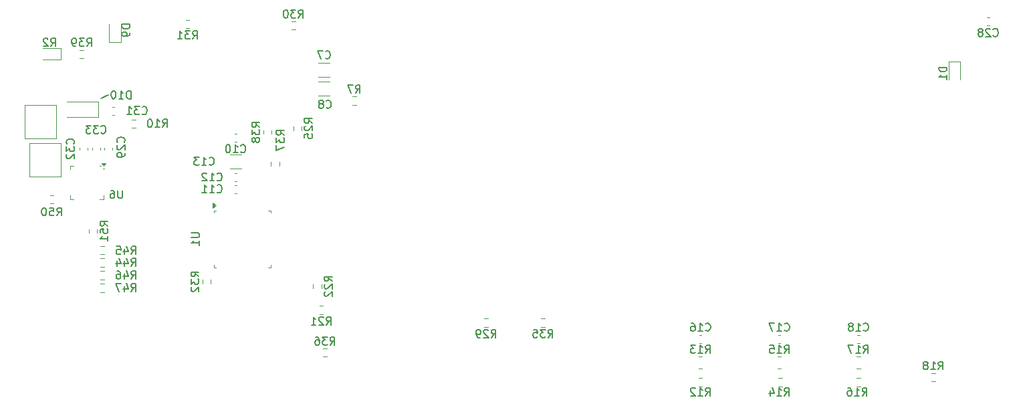
<source format=gbr>
%TF.GenerationSoftware,KiCad,Pcbnew,8.0.0-1.fc39*%
%TF.CreationDate,2024-03-15T22:49:02+01:00*%
%TF.ProjectId,pulsarPCB,70756c73-6172-4504-9342-2e6b69636164,rev?*%
%TF.SameCoordinates,Original*%
%TF.FileFunction,Legend,Bot*%
%TF.FilePolarity,Positive*%
%FSLAX46Y46*%
G04 Gerber Fmt 4.6, Leading zero omitted, Abs format (unit mm)*
G04 Created by KiCad (PCBNEW 8.0.0-1.fc39) date 2024-03-15 22:49:02*
%MOMM*%
%LPD*%
G01*
G04 APERTURE LIST*
%ADD10C,0.150000*%
%ADD11C,0.120000*%
%ADD12C,0.100000*%
G04 APERTURE END LIST*
D10*
X151400000Y-29200000D02*
X152400000Y-28800000D01*
X155214285Y-29254819D02*
X155214285Y-28254819D01*
X155214285Y-28254819D02*
X154976190Y-28254819D01*
X154976190Y-28254819D02*
X154833333Y-28302438D01*
X154833333Y-28302438D02*
X154738095Y-28397676D01*
X154738095Y-28397676D02*
X154690476Y-28492914D01*
X154690476Y-28492914D02*
X154642857Y-28683390D01*
X154642857Y-28683390D02*
X154642857Y-28826247D01*
X154642857Y-28826247D02*
X154690476Y-29016723D01*
X154690476Y-29016723D02*
X154738095Y-29111961D01*
X154738095Y-29111961D02*
X154833333Y-29207200D01*
X154833333Y-29207200D02*
X154976190Y-29254819D01*
X154976190Y-29254819D02*
X155214285Y-29254819D01*
X153690476Y-29254819D02*
X154261904Y-29254819D01*
X153976190Y-29254819D02*
X153976190Y-28254819D01*
X153976190Y-28254819D02*
X154071428Y-28397676D01*
X154071428Y-28397676D02*
X154166666Y-28492914D01*
X154166666Y-28492914D02*
X154261904Y-28540533D01*
X153071428Y-28254819D02*
X152976190Y-28254819D01*
X152976190Y-28254819D02*
X152880952Y-28302438D01*
X152880952Y-28302438D02*
X152833333Y-28350057D01*
X152833333Y-28350057D02*
X152785714Y-28445295D01*
X152785714Y-28445295D02*
X152738095Y-28635771D01*
X152738095Y-28635771D02*
X152738095Y-28873866D01*
X152738095Y-28873866D02*
X152785714Y-29064342D01*
X152785714Y-29064342D02*
X152833333Y-29159580D01*
X152833333Y-29159580D02*
X152880952Y-29207200D01*
X152880952Y-29207200D02*
X152976190Y-29254819D01*
X152976190Y-29254819D02*
X153071428Y-29254819D01*
X153071428Y-29254819D02*
X153166666Y-29207200D01*
X153166666Y-29207200D02*
X153214285Y-29159580D01*
X153214285Y-29159580D02*
X153261904Y-29064342D01*
X153261904Y-29064342D02*
X153309523Y-28873866D01*
X153309523Y-28873866D02*
X153309523Y-28635771D01*
X153309523Y-28635771D02*
X153261904Y-28445295D01*
X153261904Y-28445295D02*
X153214285Y-28350057D01*
X153214285Y-28350057D02*
X153166666Y-28302438D01*
X153166666Y-28302438D02*
X153071428Y-28254819D01*
X169142857Y-35989580D02*
X169190476Y-36037200D01*
X169190476Y-36037200D02*
X169333333Y-36084819D01*
X169333333Y-36084819D02*
X169428571Y-36084819D01*
X169428571Y-36084819D02*
X169571428Y-36037200D01*
X169571428Y-36037200D02*
X169666666Y-35941961D01*
X169666666Y-35941961D02*
X169714285Y-35846723D01*
X169714285Y-35846723D02*
X169761904Y-35656247D01*
X169761904Y-35656247D02*
X169761904Y-35513390D01*
X169761904Y-35513390D02*
X169714285Y-35322914D01*
X169714285Y-35322914D02*
X169666666Y-35227676D01*
X169666666Y-35227676D02*
X169571428Y-35132438D01*
X169571428Y-35132438D02*
X169428571Y-35084819D01*
X169428571Y-35084819D02*
X169333333Y-35084819D01*
X169333333Y-35084819D02*
X169190476Y-35132438D01*
X169190476Y-35132438D02*
X169142857Y-35180057D01*
X168190476Y-36084819D02*
X168761904Y-36084819D01*
X168476190Y-36084819D02*
X168476190Y-35084819D01*
X168476190Y-35084819D02*
X168571428Y-35227676D01*
X168571428Y-35227676D02*
X168666666Y-35322914D01*
X168666666Y-35322914D02*
X168761904Y-35370533D01*
X167571428Y-35084819D02*
X167476190Y-35084819D01*
X167476190Y-35084819D02*
X167380952Y-35132438D01*
X167380952Y-35132438D02*
X167333333Y-35180057D01*
X167333333Y-35180057D02*
X167285714Y-35275295D01*
X167285714Y-35275295D02*
X167238095Y-35465771D01*
X167238095Y-35465771D02*
X167238095Y-35703866D01*
X167238095Y-35703866D02*
X167285714Y-35894342D01*
X167285714Y-35894342D02*
X167333333Y-35989580D01*
X167333333Y-35989580D02*
X167380952Y-36037200D01*
X167380952Y-36037200D02*
X167476190Y-36084819D01*
X167476190Y-36084819D02*
X167571428Y-36084819D01*
X167571428Y-36084819D02*
X167666666Y-36037200D01*
X167666666Y-36037200D02*
X167714285Y-35989580D01*
X167714285Y-35989580D02*
X167761904Y-35894342D01*
X167761904Y-35894342D02*
X167809523Y-35703866D01*
X167809523Y-35703866D02*
X167809523Y-35465771D01*
X167809523Y-35465771D02*
X167761904Y-35275295D01*
X167761904Y-35275295D02*
X167714285Y-35180057D01*
X167714285Y-35180057D02*
X167666666Y-35132438D01*
X167666666Y-35132438D02*
X167571428Y-35084819D01*
X264417857Y-21289580D02*
X264465476Y-21337200D01*
X264465476Y-21337200D02*
X264608333Y-21384819D01*
X264608333Y-21384819D02*
X264703571Y-21384819D01*
X264703571Y-21384819D02*
X264846428Y-21337200D01*
X264846428Y-21337200D02*
X264941666Y-21241961D01*
X264941666Y-21241961D02*
X264989285Y-21146723D01*
X264989285Y-21146723D02*
X265036904Y-20956247D01*
X265036904Y-20956247D02*
X265036904Y-20813390D01*
X265036904Y-20813390D02*
X264989285Y-20622914D01*
X264989285Y-20622914D02*
X264941666Y-20527676D01*
X264941666Y-20527676D02*
X264846428Y-20432438D01*
X264846428Y-20432438D02*
X264703571Y-20384819D01*
X264703571Y-20384819D02*
X264608333Y-20384819D01*
X264608333Y-20384819D02*
X264465476Y-20432438D01*
X264465476Y-20432438D02*
X264417857Y-20480057D01*
X264036904Y-20480057D02*
X263989285Y-20432438D01*
X263989285Y-20432438D02*
X263894047Y-20384819D01*
X263894047Y-20384819D02*
X263655952Y-20384819D01*
X263655952Y-20384819D02*
X263560714Y-20432438D01*
X263560714Y-20432438D02*
X263513095Y-20480057D01*
X263513095Y-20480057D02*
X263465476Y-20575295D01*
X263465476Y-20575295D02*
X263465476Y-20670533D01*
X263465476Y-20670533D02*
X263513095Y-20813390D01*
X263513095Y-20813390D02*
X264084523Y-21384819D01*
X264084523Y-21384819D02*
X263465476Y-21384819D01*
X262894047Y-20813390D02*
X262989285Y-20765771D01*
X262989285Y-20765771D02*
X263036904Y-20718152D01*
X263036904Y-20718152D02*
X263084523Y-20622914D01*
X263084523Y-20622914D02*
X263084523Y-20575295D01*
X263084523Y-20575295D02*
X263036904Y-20480057D01*
X263036904Y-20480057D02*
X262989285Y-20432438D01*
X262989285Y-20432438D02*
X262894047Y-20384819D01*
X262894047Y-20384819D02*
X262703571Y-20384819D01*
X262703571Y-20384819D02*
X262608333Y-20432438D01*
X262608333Y-20432438D02*
X262560714Y-20480057D01*
X262560714Y-20480057D02*
X262513095Y-20575295D01*
X262513095Y-20575295D02*
X262513095Y-20622914D01*
X262513095Y-20622914D02*
X262560714Y-20718152D01*
X262560714Y-20718152D02*
X262608333Y-20765771D01*
X262608333Y-20765771D02*
X262703571Y-20813390D01*
X262703571Y-20813390D02*
X262894047Y-20813390D01*
X262894047Y-20813390D02*
X262989285Y-20861009D01*
X262989285Y-20861009D02*
X263036904Y-20908628D01*
X263036904Y-20908628D02*
X263084523Y-21003866D01*
X263084523Y-21003866D02*
X263084523Y-21194342D01*
X263084523Y-21194342D02*
X263036904Y-21289580D01*
X263036904Y-21289580D02*
X262989285Y-21337200D01*
X262989285Y-21337200D02*
X262894047Y-21384819D01*
X262894047Y-21384819D02*
X262703571Y-21384819D01*
X262703571Y-21384819D02*
X262608333Y-21337200D01*
X262608333Y-21337200D02*
X262560714Y-21289580D01*
X262560714Y-21289580D02*
X262513095Y-21194342D01*
X262513095Y-21194342D02*
X262513095Y-21003866D01*
X262513095Y-21003866D02*
X262560714Y-20908628D01*
X262560714Y-20908628D02*
X262608333Y-20861009D01*
X262608333Y-20861009D02*
X262703571Y-20813390D01*
X152309819Y-45357142D02*
X151833628Y-45023809D01*
X152309819Y-44785714D02*
X151309819Y-44785714D01*
X151309819Y-44785714D02*
X151309819Y-45166666D01*
X151309819Y-45166666D02*
X151357438Y-45261904D01*
X151357438Y-45261904D02*
X151405057Y-45309523D01*
X151405057Y-45309523D02*
X151500295Y-45357142D01*
X151500295Y-45357142D02*
X151643152Y-45357142D01*
X151643152Y-45357142D02*
X151738390Y-45309523D01*
X151738390Y-45309523D02*
X151786009Y-45261904D01*
X151786009Y-45261904D02*
X151833628Y-45166666D01*
X151833628Y-45166666D02*
X151833628Y-44785714D01*
X151309819Y-46261904D02*
X151309819Y-45785714D01*
X151309819Y-45785714D02*
X151786009Y-45738095D01*
X151786009Y-45738095D02*
X151738390Y-45785714D01*
X151738390Y-45785714D02*
X151690771Y-45880952D01*
X151690771Y-45880952D02*
X151690771Y-46119047D01*
X151690771Y-46119047D02*
X151738390Y-46214285D01*
X151738390Y-46214285D02*
X151786009Y-46261904D01*
X151786009Y-46261904D02*
X151881247Y-46309523D01*
X151881247Y-46309523D02*
X152119342Y-46309523D01*
X152119342Y-46309523D02*
X152214580Y-46261904D01*
X152214580Y-46261904D02*
X152262200Y-46214285D01*
X152262200Y-46214285D02*
X152309819Y-46119047D01*
X152309819Y-46119047D02*
X152309819Y-45880952D01*
X152309819Y-45880952D02*
X152262200Y-45785714D01*
X152262200Y-45785714D02*
X152214580Y-45738095D01*
X152309819Y-47261904D02*
X152309819Y-46690476D01*
X152309819Y-46976190D02*
X151309819Y-46976190D01*
X151309819Y-46976190D02*
X151452676Y-46880952D01*
X151452676Y-46880952D02*
X151547914Y-46785714D01*
X151547914Y-46785714D02*
X151595533Y-46690476D01*
X165142857Y-37559580D02*
X165190476Y-37607200D01*
X165190476Y-37607200D02*
X165333333Y-37654819D01*
X165333333Y-37654819D02*
X165428571Y-37654819D01*
X165428571Y-37654819D02*
X165571428Y-37607200D01*
X165571428Y-37607200D02*
X165666666Y-37511961D01*
X165666666Y-37511961D02*
X165714285Y-37416723D01*
X165714285Y-37416723D02*
X165761904Y-37226247D01*
X165761904Y-37226247D02*
X165761904Y-37083390D01*
X165761904Y-37083390D02*
X165714285Y-36892914D01*
X165714285Y-36892914D02*
X165666666Y-36797676D01*
X165666666Y-36797676D02*
X165571428Y-36702438D01*
X165571428Y-36702438D02*
X165428571Y-36654819D01*
X165428571Y-36654819D02*
X165333333Y-36654819D01*
X165333333Y-36654819D02*
X165190476Y-36702438D01*
X165190476Y-36702438D02*
X165142857Y-36750057D01*
X164190476Y-37654819D02*
X164761904Y-37654819D01*
X164476190Y-37654819D02*
X164476190Y-36654819D01*
X164476190Y-36654819D02*
X164571428Y-36797676D01*
X164571428Y-36797676D02*
X164666666Y-36892914D01*
X164666666Y-36892914D02*
X164761904Y-36940533D01*
X163857142Y-36654819D02*
X163238095Y-36654819D01*
X163238095Y-36654819D02*
X163571428Y-37035771D01*
X163571428Y-37035771D02*
X163428571Y-37035771D01*
X163428571Y-37035771D02*
X163333333Y-37083390D01*
X163333333Y-37083390D02*
X163285714Y-37131009D01*
X163285714Y-37131009D02*
X163238095Y-37226247D01*
X163238095Y-37226247D02*
X163238095Y-37464342D01*
X163238095Y-37464342D02*
X163285714Y-37559580D01*
X163285714Y-37559580D02*
X163333333Y-37607200D01*
X163333333Y-37607200D02*
X163428571Y-37654819D01*
X163428571Y-37654819D02*
X163714285Y-37654819D01*
X163714285Y-37654819D02*
X163809523Y-37607200D01*
X163809523Y-37607200D02*
X163857142Y-37559580D01*
X180709819Y-52357142D02*
X180233628Y-52023809D01*
X180709819Y-51785714D02*
X179709819Y-51785714D01*
X179709819Y-51785714D02*
X179709819Y-52166666D01*
X179709819Y-52166666D02*
X179757438Y-52261904D01*
X179757438Y-52261904D02*
X179805057Y-52309523D01*
X179805057Y-52309523D02*
X179900295Y-52357142D01*
X179900295Y-52357142D02*
X180043152Y-52357142D01*
X180043152Y-52357142D02*
X180138390Y-52309523D01*
X180138390Y-52309523D02*
X180186009Y-52261904D01*
X180186009Y-52261904D02*
X180233628Y-52166666D01*
X180233628Y-52166666D02*
X180233628Y-51785714D01*
X179805057Y-52738095D02*
X179757438Y-52785714D01*
X179757438Y-52785714D02*
X179709819Y-52880952D01*
X179709819Y-52880952D02*
X179709819Y-53119047D01*
X179709819Y-53119047D02*
X179757438Y-53214285D01*
X179757438Y-53214285D02*
X179805057Y-53261904D01*
X179805057Y-53261904D02*
X179900295Y-53309523D01*
X179900295Y-53309523D02*
X179995533Y-53309523D01*
X179995533Y-53309523D02*
X180138390Y-53261904D01*
X180138390Y-53261904D02*
X180709819Y-52690476D01*
X180709819Y-52690476D02*
X180709819Y-53309523D01*
X179805057Y-53690476D02*
X179757438Y-53738095D01*
X179757438Y-53738095D02*
X179709819Y-53833333D01*
X179709819Y-53833333D02*
X179709819Y-54071428D01*
X179709819Y-54071428D02*
X179757438Y-54166666D01*
X179757438Y-54166666D02*
X179805057Y-54214285D01*
X179805057Y-54214285D02*
X179900295Y-54261904D01*
X179900295Y-54261904D02*
X179995533Y-54261904D01*
X179995533Y-54261904D02*
X180138390Y-54214285D01*
X180138390Y-54214285D02*
X180709819Y-53642857D01*
X180709819Y-53642857D02*
X180709819Y-54261904D01*
X145066666Y-22624819D02*
X145399999Y-22148628D01*
X145638094Y-22624819D02*
X145638094Y-21624819D01*
X145638094Y-21624819D02*
X145257142Y-21624819D01*
X145257142Y-21624819D02*
X145161904Y-21672438D01*
X145161904Y-21672438D02*
X145114285Y-21720057D01*
X145114285Y-21720057D02*
X145066666Y-21815295D01*
X145066666Y-21815295D02*
X145066666Y-21958152D01*
X145066666Y-21958152D02*
X145114285Y-22053390D01*
X145114285Y-22053390D02*
X145161904Y-22101009D01*
X145161904Y-22101009D02*
X145257142Y-22148628D01*
X145257142Y-22148628D02*
X145638094Y-22148628D01*
X144685713Y-21720057D02*
X144638094Y-21672438D01*
X144638094Y-21672438D02*
X144542856Y-21624819D01*
X144542856Y-21624819D02*
X144304761Y-21624819D01*
X144304761Y-21624819D02*
X144209523Y-21672438D01*
X144209523Y-21672438D02*
X144161904Y-21720057D01*
X144161904Y-21720057D02*
X144114285Y-21815295D01*
X144114285Y-21815295D02*
X144114285Y-21910533D01*
X144114285Y-21910533D02*
X144161904Y-22053390D01*
X144161904Y-22053390D02*
X144733332Y-22624819D01*
X144733332Y-22624819D02*
X144114285Y-22624819D01*
X166142857Y-41059580D02*
X166190476Y-41107200D01*
X166190476Y-41107200D02*
X166333333Y-41154819D01*
X166333333Y-41154819D02*
X166428571Y-41154819D01*
X166428571Y-41154819D02*
X166571428Y-41107200D01*
X166571428Y-41107200D02*
X166666666Y-41011961D01*
X166666666Y-41011961D02*
X166714285Y-40916723D01*
X166714285Y-40916723D02*
X166761904Y-40726247D01*
X166761904Y-40726247D02*
X166761904Y-40583390D01*
X166761904Y-40583390D02*
X166714285Y-40392914D01*
X166714285Y-40392914D02*
X166666666Y-40297676D01*
X166666666Y-40297676D02*
X166571428Y-40202438D01*
X166571428Y-40202438D02*
X166428571Y-40154819D01*
X166428571Y-40154819D02*
X166333333Y-40154819D01*
X166333333Y-40154819D02*
X166190476Y-40202438D01*
X166190476Y-40202438D02*
X166142857Y-40250057D01*
X165190476Y-41154819D02*
X165761904Y-41154819D01*
X165476190Y-41154819D02*
X165476190Y-40154819D01*
X165476190Y-40154819D02*
X165571428Y-40297676D01*
X165571428Y-40297676D02*
X165666666Y-40392914D01*
X165666666Y-40392914D02*
X165761904Y-40440533D01*
X164238095Y-41154819D02*
X164809523Y-41154819D01*
X164523809Y-41154819D02*
X164523809Y-40154819D01*
X164523809Y-40154819D02*
X164619047Y-40297676D01*
X164619047Y-40297676D02*
X164714285Y-40392914D01*
X164714285Y-40392914D02*
X164809523Y-40440533D01*
X154359580Y-34757142D02*
X154407200Y-34709523D01*
X154407200Y-34709523D02*
X154454819Y-34566666D01*
X154454819Y-34566666D02*
X154454819Y-34471428D01*
X154454819Y-34471428D02*
X154407200Y-34328571D01*
X154407200Y-34328571D02*
X154311961Y-34233333D01*
X154311961Y-34233333D02*
X154216723Y-34185714D01*
X154216723Y-34185714D02*
X154026247Y-34138095D01*
X154026247Y-34138095D02*
X153883390Y-34138095D01*
X153883390Y-34138095D02*
X153692914Y-34185714D01*
X153692914Y-34185714D02*
X153597676Y-34233333D01*
X153597676Y-34233333D02*
X153502438Y-34328571D01*
X153502438Y-34328571D02*
X153454819Y-34471428D01*
X153454819Y-34471428D02*
X153454819Y-34566666D01*
X153454819Y-34566666D02*
X153502438Y-34709523D01*
X153502438Y-34709523D02*
X153550057Y-34757142D01*
X153550057Y-35138095D02*
X153502438Y-35185714D01*
X153502438Y-35185714D02*
X153454819Y-35280952D01*
X153454819Y-35280952D02*
X153454819Y-35519047D01*
X153454819Y-35519047D02*
X153502438Y-35614285D01*
X153502438Y-35614285D02*
X153550057Y-35661904D01*
X153550057Y-35661904D02*
X153645295Y-35709523D01*
X153645295Y-35709523D02*
X153740533Y-35709523D01*
X153740533Y-35709523D02*
X153883390Y-35661904D01*
X153883390Y-35661904D02*
X154454819Y-35090476D01*
X154454819Y-35090476D02*
X154454819Y-35709523D01*
X154454819Y-36185714D02*
X154454819Y-36376190D01*
X154454819Y-36376190D02*
X154407200Y-36471428D01*
X154407200Y-36471428D02*
X154359580Y-36519047D01*
X154359580Y-36519047D02*
X154216723Y-36614285D01*
X154216723Y-36614285D02*
X154026247Y-36661904D01*
X154026247Y-36661904D02*
X153645295Y-36661904D01*
X153645295Y-36661904D02*
X153550057Y-36614285D01*
X153550057Y-36614285D02*
X153502438Y-36566666D01*
X153502438Y-36566666D02*
X153454819Y-36471428D01*
X153454819Y-36471428D02*
X153454819Y-36280952D01*
X153454819Y-36280952D02*
X153502438Y-36185714D01*
X153502438Y-36185714D02*
X153550057Y-36138095D01*
X153550057Y-36138095D02*
X153645295Y-36090476D01*
X153645295Y-36090476D02*
X153883390Y-36090476D01*
X153883390Y-36090476D02*
X153978628Y-36138095D01*
X153978628Y-36138095D02*
X154026247Y-36185714D01*
X154026247Y-36185714D02*
X154073866Y-36280952D01*
X154073866Y-36280952D02*
X154073866Y-36471428D01*
X154073866Y-36471428D02*
X154026247Y-36566666D01*
X154026247Y-36566666D02*
X153978628Y-36614285D01*
X153978628Y-36614285D02*
X153883390Y-36661904D01*
X183666666Y-28524819D02*
X183999999Y-28048628D01*
X184238094Y-28524819D02*
X184238094Y-27524819D01*
X184238094Y-27524819D02*
X183857142Y-27524819D01*
X183857142Y-27524819D02*
X183761904Y-27572438D01*
X183761904Y-27572438D02*
X183714285Y-27620057D01*
X183714285Y-27620057D02*
X183666666Y-27715295D01*
X183666666Y-27715295D02*
X183666666Y-27858152D01*
X183666666Y-27858152D02*
X183714285Y-27953390D01*
X183714285Y-27953390D02*
X183761904Y-28001009D01*
X183761904Y-28001009D02*
X183857142Y-28048628D01*
X183857142Y-28048628D02*
X184238094Y-28048628D01*
X183333332Y-27524819D02*
X182666666Y-27524819D01*
X182666666Y-27524819D02*
X183095237Y-28524819D01*
X155242857Y-52054819D02*
X155576190Y-51578628D01*
X155814285Y-52054819D02*
X155814285Y-51054819D01*
X155814285Y-51054819D02*
X155433333Y-51054819D01*
X155433333Y-51054819D02*
X155338095Y-51102438D01*
X155338095Y-51102438D02*
X155290476Y-51150057D01*
X155290476Y-51150057D02*
X155242857Y-51245295D01*
X155242857Y-51245295D02*
X155242857Y-51388152D01*
X155242857Y-51388152D02*
X155290476Y-51483390D01*
X155290476Y-51483390D02*
X155338095Y-51531009D01*
X155338095Y-51531009D02*
X155433333Y-51578628D01*
X155433333Y-51578628D02*
X155814285Y-51578628D01*
X154385714Y-51388152D02*
X154385714Y-52054819D01*
X154623809Y-51007200D02*
X154861904Y-51721485D01*
X154861904Y-51721485D02*
X154242857Y-51721485D01*
X153433333Y-51054819D02*
X153623809Y-51054819D01*
X153623809Y-51054819D02*
X153719047Y-51102438D01*
X153719047Y-51102438D02*
X153766666Y-51150057D01*
X153766666Y-51150057D02*
X153861904Y-51292914D01*
X153861904Y-51292914D02*
X153909523Y-51483390D01*
X153909523Y-51483390D02*
X153909523Y-51864342D01*
X153909523Y-51864342D02*
X153861904Y-51959580D01*
X153861904Y-51959580D02*
X153814285Y-52007200D01*
X153814285Y-52007200D02*
X153719047Y-52054819D01*
X153719047Y-52054819D02*
X153528571Y-52054819D01*
X153528571Y-52054819D02*
X153433333Y-52007200D01*
X153433333Y-52007200D02*
X153385714Y-51959580D01*
X153385714Y-51959580D02*
X153338095Y-51864342D01*
X153338095Y-51864342D02*
X153338095Y-51626247D01*
X153338095Y-51626247D02*
X153385714Y-51531009D01*
X153385714Y-51531009D02*
X153433333Y-51483390D01*
X153433333Y-51483390D02*
X153528571Y-51435771D01*
X153528571Y-51435771D02*
X153719047Y-51435771D01*
X153719047Y-51435771D02*
X153814285Y-51483390D01*
X153814285Y-51483390D02*
X153861904Y-51531009D01*
X153861904Y-51531009D02*
X153909523Y-51626247D01*
X237992857Y-58579580D02*
X238040476Y-58627200D01*
X238040476Y-58627200D02*
X238183333Y-58674819D01*
X238183333Y-58674819D02*
X238278571Y-58674819D01*
X238278571Y-58674819D02*
X238421428Y-58627200D01*
X238421428Y-58627200D02*
X238516666Y-58531961D01*
X238516666Y-58531961D02*
X238564285Y-58436723D01*
X238564285Y-58436723D02*
X238611904Y-58246247D01*
X238611904Y-58246247D02*
X238611904Y-58103390D01*
X238611904Y-58103390D02*
X238564285Y-57912914D01*
X238564285Y-57912914D02*
X238516666Y-57817676D01*
X238516666Y-57817676D02*
X238421428Y-57722438D01*
X238421428Y-57722438D02*
X238278571Y-57674819D01*
X238278571Y-57674819D02*
X238183333Y-57674819D01*
X238183333Y-57674819D02*
X238040476Y-57722438D01*
X238040476Y-57722438D02*
X237992857Y-57770057D01*
X237040476Y-58674819D02*
X237611904Y-58674819D01*
X237326190Y-58674819D02*
X237326190Y-57674819D01*
X237326190Y-57674819D02*
X237421428Y-57817676D01*
X237421428Y-57817676D02*
X237516666Y-57912914D01*
X237516666Y-57912914D02*
X237611904Y-57960533D01*
X236707142Y-57674819D02*
X236040476Y-57674819D01*
X236040476Y-57674819D02*
X236469047Y-58674819D01*
X179841666Y-24109580D02*
X179889285Y-24157200D01*
X179889285Y-24157200D02*
X180032142Y-24204819D01*
X180032142Y-24204819D02*
X180127380Y-24204819D01*
X180127380Y-24204819D02*
X180270237Y-24157200D01*
X180270237Y-24157200D02*
X180365475Y-24061961D01*
X180365475Y-24061961D02*
X180413094Y-23966723D01*
X180413094Y-23966723D02*
X180460713Y-23776247D01*
X180460713Y-23776247D02*
X180460713Y-23633390D01*
X180460713Y-23633390D02*
X180413094Y-23442914D01*
X180413094Y-23442914D02*
X180365475Y-23347676D01*
X180365475Y-23347676D02*
X180270237Y-23252438D01*
X180270237Y-23252438D02*
X180127380Y-23204819D01*
X180127380Y-23204819D02*
X180032142Y-23204819D01*
X180032142Y-23204819D02*
X179889285Y-23252438D01*
X179889285Y-23252438D02*
X179841666Y-23300057D01*
X179508332Y-23204819D02*
X178841666Y-23204819D01*
X178841666Y-23204819D02*
X179270237Y-24204819D01*
X155242857Y-53654819D02*
X155576190Y-53178628D01*
X155814285Y-53654819D02*
X155814285Y-52654819D01*
X155814285Y-52654819D02*
X155433333Y-52654819D01*
X155433333Y-52654819D02*
X155338095Y-52702438D01*
X155338095Y-52702438D02*
X155290476Y-52750057D01*
X155290476Y-52750057D02*
X155242857Y-52845295D01*
X155242857Y-52845295D02*
X155242857Y-52988152D01*
X155242857Y-52988152D02*
X155290476Y-53083390D01*
X155290476Y-53083390D02*
X155338095Y-53131009D01*
X155338095Y-53131009D02*
X155433333Y-53178628D01*
X155433333Y-53178628D02*
X155814285Y-53178628D01*
X154385714Y-52988152D02*
X154385714Y-53654819D01*
X154623809Y-52607200D02*
X154861904Y-53321485D01*
X154861904Y-53321485D02*
X154242857Y-53321485D01*
X153957142Y-52654819D02*
X153290476Y-52654819D01*
X153290476Y-52654819D02*
X153719047Y-53654819D01*
X227992857Y-61454819D02*
X228326190Y-60978628D01*
X228564285Y-61454819D02*
X228564285Y-60454819D01*
X228564285Y-60454819D02*
X228183333Y-60454819D01*
X228183333Y-60454819D02*
X228088095Y-60502438D01*
X228088095Y-60502438D02*
X228040476Y-60550057D01*
X228040476Y-60550057D02*
X227992857Y-60645295D01*
X227992857Y-60645295D02*
X227992857Y-60788152D01*
X227992857Y-60788152D02*
X228040476Y-60883390D01*
X228040476Y-60883390D02*
X228088095Y-60931009D01*
X228088095Y-60931009D02*
X228183333Y-60978628D01*
X228183333Y-60978628D02*
X228564285Y-60978628D01*
X227040476Y-61454819D02*
X227611904Y-61454819D01*
X227326190Y-61454819D02*
X227326190Y-60454819D01*
X227326190Y-60454819D02*
X227421428Y-60597676D01*
X227421428Y-60597676D02*
X227516666Y-60692914D01*
X227516666Y-60692914D02*
X227611904Y-60740533D01*
X226707142Y-60454819D02*
X226088095Y-60454819D01*
X226088095Y-60454819D02*
X226421428Y-60835771D01*
X226421428Y-60835771D02*
X226278571Y-60835771D01*
X226278571Y-60835771D02*
X226183333Y-60883390D01*
X226183333Y-60883390D02*
X226135714Y-60931009D01*
X226135714Y-60931009D02*
X226088095Y-61026247D01*
X226088095Y-61026247D02*
X226088095Y-61264342D01*
X226088095Y-61264342D02*
X226135714Y-61359580D01*
X226135714Y-61359580D02*
X226183333Y-61407200D01*
X226183333Y-61407200D02*
X226278571Y-61454819D01*
X226278571Y-61454819D02*
X226564285Y-61454819D01*
X226564285Y-61454819D02*
X226659523Y-61407200D01*
X226659523Y-61407200D02*
X226707142Y-61359580D01*
X179966666Y-30359580D02*
X180014285Y-30407200D01*
X180014285Y-30407200D02*
X180157142Y-30454819D01*
X180157142Y-30454819D02*
X180252380Y-30454819D01*
X180252380Y-30454819D02*
X180395237Y-30407200D01*
X180395237Y-30407200D02*
X180490475Y-30311961D01*
X180490475Y-30311961D02*
X180538094Y-30216723D01*
X180538094Y-30216723D02*
X180585713Y-30026247D01*
X180585713Y-30026247D02*
X180585713Y-29883390D01*
X180585713Y-29883390D02*
X180538094Y-29692914D01*
X180538094Y-29692914D02*
X180490475Y-29597676D01*
X180490475Y-29597676D02*
X180395237Y-29502438D01*
X180395237Y-29502438D02*
X180252380Y-29454819D01*
X180252380Y-29454819D02*
X180157142Y-29454819D01*
X180157142Y-29454819D02*
X180014285Y-29502438D01*
X180014285Y-29502438D02*
X179966666Y-29550057D01*
X179395237Y-29883390D02*
X179490475Y-29835771D01*
X179490475Y-29835771D02*
X179538094Y-29788152D01*
X179538094Y-29788152D02*
X179585713Y-29692914D01*
X179585713Y-29692914D02*
X179585713Y-29645295D01*
X179585713Y-29645295D02*
X179538094Y-29550057D01*
X179538094Y-29550057D02*
X179490475Y-29502438D01*
X179490475Y-29502438D02*
X179395237Y-29454819D01*
X179395237Y-29454819D02*
X179204761Y-29454819D01*
X179204761Y-29454819D02*
X179109523Y-29502438D01*
X179109523Y-29502438D02*
X179061904Y-29550057D01*
X179061904Y-29550057D02*
X179014285Y-29645295D01*
X179014285Y-29645295D02*
X179014285Y-29692914D01*
X179014285Y-29692914D02*
X179061904Y-29788152D01*
X179061904Y-29788152D02*
X179109523Y-29835771D01*
X179109523Y-29835771D02*
X179204761Y-29883390D01*
X179204761Y-29883390D02*
X179395237Y-29883390D01*
X179395237Y-29883390D02*
X179490475Y-29931009D01*
X179490475Y-29931009D02*
X179538094Y-29978628D01*
X179538094Y-29978628D02*
X179585713Y-30073866D01*
X179585713Y-30073866D02*
X179585713Y-30264342D01*
X179585713Y-30264342D02*
X179538094Y-30359580D01*
X179538094Y-30359580D02*
X179490475Y-30407200D01*
X179490475Y-30407200D02*
X179395237Y-30454819D01*
X179395237Y-30454819D02*
X179204761Y-30454819D01*
X179204761Y-30454819D02*
X179109523Y-30407200D01*
X179109523Y-30407200D02*
X179061904Y-30359580D01*
X179061904Y-30359580D02*
X179014285Y-30264342D01*
X179014285Y-30264342D02*
X179014285Y-30073866D01*
X179014285Y-30073866D02*
X179061904Y-29978628D01*
X179061904Y-29978628D02*
X179109523Y-29931009D01*
X179109523Y-29931009D02*
X179204761Y-29883390D01*
X237992857Y-66854819D02*
X238326190Y-66378628D01*
X238564285Y-66854819D02*
X238564285Y-65854819D01*
X238564285Y-65854819D02*
X238183333Y-65854819D01*
X238183333Y-65854819D02*
X238088095Y-65902438D01*
X238088095Y-65902438D02*
X238040476Y-65950057D01*
X238040476Y-65950057D02*
X237992857Y-66045295D01*
X237992857Y-66045295D02*
X237992857Y-66188152D01*
X237992857Y-66188152D02*
X238040476Y-66283390D01*
X238040476Y-66283390D02*
X238088095Y-66331009D01*
X238088095Y-66331009D02*
X238183333Y-66378628D01*
X238183333Y-66378628D02*
X238564285Y-66378628D01*
X237040476Y-66854819D02*
X237611904Y-66854819D01*
X237326190Y-66854819D02*
X237326190Y-65854819D01*
X237326190Y-65854819D02*
X237421428Y-65997676D01*
X237421428Y-65997676D02*
X237516666Y-66092914D01*
X237516666Y-66092914D02*
X237611904Y-66140533D01*
X236183333Y-66188152D02*
X236183333Y-66854819D01*
X236421428Y-65807200D02*
X236659523Y-66521485D01*
X236659523Y-66521485D02*
X236040476Y-66521485D01*
X227992857Y-58579580D02*
X228040476Y-58627200D01*
X228040476Y-58627200D02*
X228183333Y-58674819D01*
X228183333Y-58674819D02*
X228278571Y-58674819D01*
X228278571Y-58674819D02*
X228421428Y-58627200D01*
X228421428Y-58627200D02*
X228516666Y-58531961D01*
X228516666Y-58531961D02*
X228564285Y-58436723D01*
X228564285Y-58436723D02*
X228611904Y-58246247D01*
X228611904Y-58246247D02*
X228611904Y-58103390D01*
X228611904Y-58103390D02*
X228564285Y-57912914D01*
X228564285Y-57912914D02*
X228516666Y-57817676D01*
X228516666Y-57817676D02*
X228421428Y-57722438D01*
X228421428Y-57722438D02*
X228278571Y-57674819D01*
X228278571Y-57674819D02*
X228183333Y-57674819D01*
X228183333Y-57674819D02*
X228040476Y-57722438D01*
X228040476Y-57722438D02*
X227992857Y-57770057D01*
X227040476Y-58674819D02*
X227611904Y-58674819D01*
X227326190Y-58674819D02*
X227326190Y-57674819D01*
X227326190Y-57674819D02*
X227421428Y-57817676D01*
X227421428Y-57817676D02*
X227516666Y-57912914D01*
X227516666Y-57912914D02*
X227611904Y-57960533D01*
X226183333Y-57674819D02*
X226373809Y-57674819D01*
X226373809Y-57674819D02*
X226469047Y-57722438D01*
X226469047Y-57722438D02*
X226516666Y-57770057D01*
X226516666Y-57770057D02*
X226611904Y-57912914D01*
X226611904Y-57912914D02*
X226659523Y-58103390D01*
X226659523Y-58103390D02*
X226659523Y-58484342D01*
X226659523Y-58484342D02*
X226611904Y-58579580D01*
X226611904Y-58579580D02*
X226564285Y-58627200D01*
X226564285Y-58627200D02*
X226469047Y-58674819D01*
X226469047Y-58674819D02*
X226278571Y-58674819D01*
X226278571Y-58674819D02*
X226183333Y-58627200D01*
X226183333Y-58627200D02*
X226135714Y-58579580D01*
X226135714Y-58579580D02*
X226088095Y-58484342D01*
X226088095Y-58484342D02*
X226088095Y-58246247D01*
X226088095Y-58246247D02*
X226135714Y-58151009D01*
X226135714Y-58151009D02*
X226183333Y-58103390D01*
X226183333Y-58103390D02*
X226278571Y-58055771D01*
X226278571Y-58055771D02*
X226469047Y-58055771D01*
X226469047Y-58055771D02*
X226564285Y-58103390D01*
X226564285Y-58103390D02*
X226611904Y-58151009D01*
X226611904Y-58151009D02*
X226659523Y-58246247D01*
X156642857Y-31159580D02*
X156690476Y-31207200D01*
X156690476Y-31207200D02*
X156833333Y-31254819D01*
X156833333Y-31254819D02*
X156928571Y-31254819D01*
X156928571Y-31254819D02*
X157071428Y-31207200D01*
X157071428Y-31207200D02*
X157166666Y-31111961D01*
X157166666Y-31111961D02*
X157214285Y-31016723D01*
X157214285Y-31016723D02*
X157261904Y-30826247D01*
X157261904Y-30826247D02*
X157261904Y-30683390D01*
X157261904Y-30683390D02*
X157214285Y-30492914D01*
X157214285Y-30492914D02*
X157166666Y-30397676D01*
X157166666Y-30397676D02*
X157071428Y-30302438D01*
X157071428Y-30302438D02*
X156928571Y-30254819D01*
X156928571Y-30254819D02*
X156833333Y-30254819D01*
X156833333Y-30254819D02*
X156690476Y-30302438D01*
X156690476Y-30302438D02*
X156642857Y-30350057D01*
X156309523Y-30254819D02*
X155690476Y-30254819D01*
X155690476Y-30254819D02*
X156023809Y-30635771D01*
X156023809Y-30635771D02*
X155880952Y-30635771D01*
X155880952Y-30635771D02*
X155785714Y-30683390D01*
X155785714Y-30683390D02*
X155738095Y-30731009D01*
X155738095Y-30731009D02*
X155690476Y-30826247D01*
X155690476Y-30826247D02*
X155690476Y-31064342D01*
X155690476Y-31064342D02*
X155738095Y-31159580D01*
X155738095Y-31159580D02*
X155785714Y-31207200D01*
X155785714Y-31207200D02*
X155880952Y-31254819D01*
X155880952Y-31254819D02*
X156166666Y-31254819D01*
X156166666Y-31254819D02*
X156261904Y-31207200D01*
X156261904Y-31207200D02*
X156309523Y-31159580D01*
X154738095Y-31254819D02*
X155309523Y-31254819D01*
X155023809Y-31254819D02*
X155023809Y-30254819D01*
X155023809Y-30254819D02*
X155119047Y-30397676D01*
X155119047Y-30397676D02*
X155214285Y-30492914D01*
X155214285Y-30492914D02*
X155309523Y-30540533D01*
X151442857Y-33559580D02*
X151490476Y-33607200D01*
X151490476Y-33607200D02*
X151633333Y-33654819D01*
X151633333Y-33654819D02*
X151728571Y-33654819D01*
X151728571Y-33654819D02*
X151871428Y-33607200D01*
X151871428Y-33607200D02*
X151966666Y-33511961D01*
X151966666Y-33511961D02*
X152014285Y-33416723D01*
X152014285Y-33416723D02*
X152061904Y-33226247D01*
X152061904Y-33226247D02*
X152061904Y-33083390D01*
X152061904Y-33083390D02*
X152014285Y-32892914D01*
X152014285Y-32892914D02*
X151966666Y-32797676D01*
X151966666Y-32797676D02*
X151871428Y-32702438D01*
X151871428Y-32702438D02*
X151728571Y-32654819D01*
X151728571Y-32654819D02*
X151633333Y-32654819D01*
X151633333Y-32654819D02*
X151490476Y-32702438D01*
X151490476Y-32702438D02*
X151442857Y-32750057D01*
X151109523Y-32654819D02*
X150490476Y-32654819D01*
X150490476Y-32654819D02*
X150823809Y-33035771D01*
X150823809Y-33035771D02*
X150680952Y-33035771D01*
X150680952Y-33035771D02*
X150585714Y-33083390D01*
X150585714Y-33083390D02*
X150538095Y-33131009D01*
X150538095Y-33131009D02*
X150490476Y-33226247D01*
X150490476Y-33226247D02*
X150490476Y-33464342D01*
X150490476Y-33464342D02*
X150538095Y-33559580D01*
X150538095Y-33559580D02*
X150585714Y-33607200D01*
X150585714Y-33607200D02*
X150680952Y-33654819D01*
X150680952Y-33654819D02*
X150966666Y-33654819D01*
X150966666Y-33654819D02*
X151061904Y-33607200D01*
X151061904Y-33607200D02*
X151109523Y-33559580D01*
X150157142Y-32654819D02*
X149538095Y-32654819D01*
X149538095Y-32654819D02*
X149871428Y-33035771D01*
X149871428Y-33035771D02*
X149728571Y-33035771D01*
X149728571Y-33035771D02*
X149633333Y-33083390D01*
X149633333Y-33083390D02*
X149585714Y-33131009D01*
X149585714Y-33131009D02*
X149538095Y-33226247D01*
X149538095Y-33226247D02*
X149538095Y-33464342D01*
X149538095Y-33464342D02*
X149585714Y-33559580D01*
X149585714Y-33559580D02*
X149633333Y-33607200D01*
X149633333Y-33607200D02*
X149728571Y-33654819D01*
X149728571Y-33654819D02*
X150014285Y-33654819D01*
X150014285Y-33654819D02*
X150109523Y-33607200D01*
X150109523Y-33607200D02*
X150157142Y-33559580D01*
X147959580Y-34957142D02*
X148007200Y-34909523D01*
X148007200Y-34909523D02*
X148054819Y-34766666D01*
X148054819Y-34766666D02*
X148054819Y-34671428D01*
X148054819Y-34671428D02*
X148007200Y-34528571D01*
X148007200Y-34528571D02*
X147911961Y-34433333D01*
X147911961Y-34433333D02*
X147816723Y-34385714D01*
X147816723Y-34385714D02*
X147626247Y-34338095D01*
X147626247Y-34338095D02*
X147483390Y-34338095D01*
X147483390Y-34338095D02*
X147292914Y-34385714D01*
X147292914Y-34385714D02*
X147197676Y-34433333D01*
X147197676Y-34433333D02*
X147102438Y-34528571D01*
X147102438Y-34528571D02*
X147054819Y-34671428D01*
X147054819Y-34671428D02*
X147054819Y-34766666D01*
X147054819Y-34766666D02*
X147102438Y-34909523D01*
X147102438Y-34909523D02*
X147150057Y-34957142D01*
X147054819Y-35290476D02*
X147054819Y-35909523D01*
X147054819Y-35909523D02*
X147435771Y-35576190D01*
X147435771Y-35576190D02*
X147435771Y-35719047D01*
X147435771Y-35719047D02*
X147483390Y-35814285D01*
X147483390Y-35814285D02*
X147531009Y-35861904D01*
X147531009Y-35861904D02*
X147626247Y-35909523D01*
X147626247Y-35909523D02*
X147864342Y-35909523D01*
X147864342Y-35909523D02*
X147959580Y-35861904D01*
X147959580Y-35861904D02*
X148007200Y-35814285D01*
X148007200Y-35814285D02*
X148054819Y-35719047D01*
X148054819Y-35719047D02*
X148054819Y-35433333D01*
X148054819Y-35433333D02*
X148007200Y-35338095D01*
X148007200Y-35338095D02*
X147959580Y-35290476D01*
X147150057Y-36290476D02*
X147102438Y-36338095D01*
X147102438Y-36338095D02*
X147054819Y-36433333D01*
X147054819Y-36433333D02*
X147054819Y-36671428D01*
X147054819Y-36671428D02*
X147102438Y-36766666D01*
X147102438Y-36766666D02*
X147150057Y-36814285D01*
X147150057Y-36814285D02*
X147245295Y-36861904D01*
X147245295Y-36861904D02*
X147340533Y-36861904D01*
X147340533Y-36861904D02*
X147483390Y-36814285D01*
X147483390Y-36814285D02*
X148054819Y-36242857D01*
X148054819Y-36242857D02*
X148054819Y-36861904D01*
X155092319Y-19841905D02*
X154092319Y-19841905D01*
X154092319Y-19841905D02*
X154092319Y-20080000D01*
X154092319Y-20080000D02*
X154139938Y-20222857D01*
X154139938Y-20222857D02*
X154235176Y-20318095D01*
X154235176Y-20318095D02*
X154330414Y-20365714D01*
X154330414Y-20365714D02*
X154520890Y-20413333D01*
X154520890Y-20413333D02*
X154663747Y-20413333D01*
X154663747Y-20413333D02*
X154854223Y-20365714D01*
X154854223Y-20365714D02*
X154949461Y-20318095D01*
X154949461Y-20318095D02*
X155044700Y-20222857D01*
X155044700Y-20222857D02*
X155092319Y-20080000D01*
X155092319Y-20080000D02*
X155092319Y-19841905D01*
X155092319Y-20889524D02*
X155092319Y-21080000D01*
X155092319Y-21080000D02*
X155044700Y-21175238D01*
X155044700Y-21175238D02*
X154997080Y-21222857D01*
X154997080Y-21222857D02*
X154854223Y-21318095D01*
X154854223Y-21318095D02*
X154663747Y-21365714D01*
X154663747Y-21365714D02*
X154282795Y-21365714D01*
X154282795Y-21365714D02*
X154187557Y-21318095D01*
X154187557Y-21318095D02*
X154139938Y-21270476D01*
X154139938Y-21270476D02*
X154092319Y-21175238D01*
X154092319Y-21175238D02*
X154092319Y-20984762D01*
X154092319Y-20984762D02*
X154139938Y-20889524D01*
X154139938Y-20889524D02*
X154187557Y-20841905D01*
X154187557Y-20841905D02*
X154282795Y-20794286D01*
X154282795Y-20794286D02*
X154520890Y-20794286D01*
X154520890Y-20794286D02*
X154616128Y-20841905D01*
X154616128Y-20841905D02*
X154663747Y-20889524D01*
X154663747Y-20889524D02*
X154711366Y-20984762D01*
X154711366Y-20984762D02*
X154711366Y-21175238D01*
X154711366Y-21175238D02*
X154663747Y-21270476D01*
X154663747Y-21270476D02*
X154616128Y-21318095D01*
X154616128Y-21318095D02*
X154520890Y-21365714D01*
X258544819Y-25281905D02*
X257544819Y-25281905D01*
X257544819Y-25281905D02*
X257544819Y-25520000D01*
X257544819Y-25520000D02*
X257592438Y-25662857D01*
X257592438Y-25662857D02*
X257687676Y-25758095D01*
X257687676Y-25758095D02*
X257782914Y-25805714D01*
X257782914Y-25805714D02*
X257973390Y-25853333D01*
X257973390Y-25853333D02*
X258116247Y-25853333D01*
X258116247Y-25853333D02*
X258306723Y-25805714D01*
X258306723Y-25805714D02*
X258401961Y-25758095D01*
X258401961Y-25758095D02*
X258497200Y-25662857D01*
X258497200Y-25662857D02*
X258544819Y-25520000D01*
X258544819Y-25520000D02*
X258544819Y-25281905D01*
X258544819Y-26805714D02*
X258544819Y-26234286D01*
X258544819Y-26520000D02*
X257544819Y-26520000D01*
X257544819Y-26520000D02*
X257687676Y-26424762D01*
X257687676Y-26424762D02*
X257782914Y-26329524D01*
X257782914Y-26329524D02*
X257830533Y-26234286D01*
X155267857Y-48944819D02*
X155601190Y-48468628D01*
X155839285Y-48944819D02*
X155839285Y-47944819D01*
X155839285Y-47944819D02*
X155458333Y-47944819D01*
X155458333Y-47944819D02*
X155363095Y-47992438D01*
X155363095Y-47992438D02*
X155315476Y-48040057D01*
X155315476Y-48040057D02*
X155267857Y-48135295D01*
X155267857Y-48135295D02*
X155267857Y-48278152D01*
X155267857Y-48278152D02*
X155315476Y-48373390D01*
X155315476Y-48373390D02*
X155363095Y-48421009D01*
X155363095Y-48421009D02*
X155458333Y-48468628D01*
X155458333Y-48468628D02*
X155839285Y-48468628D01*
X154410714Y-48278152D02*
X154410714Y-48944819D01*
X154648809Y-47897200D02*
X154886904Y-48611485D01*
X154886904Y-48611485D02*
X154267857Y-48611485D01*
X153410714Y-47944819D02*
X153886904Y-47944819D01*
X153886904Y-47944819D02*
X153934523Y-48421009D01*
X153934523Y-48421009D02*
X153886904Y-48373390D01*
X153886904Y-48373390D02*
X153791666Y-48325771D01*
X153791666Y-48325771D02*
X153553571Y-48325771D01*
X153553571Y-48325771D02*
X153458333Y-48373390D01*
X153458333Y-48373390D02*
X153410714Y-48421009D01*
X153410714Y-48421009D02*
X153363095Y-48516247D01*
X153363095Y-48516247D02*
X153363095Y-48754342D01*
X153363095Y-48754342D02*
X153410714Y-48849580D01*
X153410714Y-48849580D02*
X153458333Y-48897200D01*
X153458333Y-48897200D02*
X153553571Y-48944819D01*
X153553571Y-48944819D02*
X153791666Y-48944819D01*
X153791666Y-48944819D02*
X153886904Y-48897200D01*
X153886904Y-48897200D02*
X153934523Y-48849580D01*
X257467857Y-63524819D02*
X257801190Y-63048628D01*
X258039285Y-63524819D02*
X258039285Y-62524819D01*
X258039285Y-62524819D02*
X257658333Y-62524819D01*
X257658333Y-62524819D02*
X257563095Y-62572438D01*
X257563095Y-62572438D02*
X257515476Y-62620057D01*
X257515476Y-62620057D02*
X257467857Y-62715295D01*
X257467857Y-62715295D02*
X257467857Y-62858152D01*
X257467857Y-62858152D02*
X257515476Y-62953390D01*
X257515476Y-62953390D02*
X257563095Y-63001009D01*
X257563095Y-63001009D02*
X257658333Y-63048628D01*
X257658333Y-63048628D02*
X258039285Y-63048628D01*
X256515476Y-63524819D02*
X257086904Y-63524819D01*
X256801190Y-63524819D02*
X256801190Y-62524819D01*
X256801190Y-62524819D02*
X256896428Y-62667676D01*
X256896428Y-62667676D02*
X256991666Y-62762914D01*
X256991666Y-62762914D02*
X257086904Y-62810533D01*
X255944047Y-62953390D02*
X256039285Y-62905771D01*
X256039285Y-62905771D02*
X256086904Y-62858152D01*
X256086904Y-62858152D02*
X256134523Y-62762914D01*
X256134523Y-62762914D02*
X256134523Y-62715295D01*
X256134523Y-62715295D02*
X256086904Y-62620057D01*
X256086904Y-62620057D02*
X256039285Y-62572438D01*
X256039285Y-62572438D02*
X255944047Y-62524819D01*
X255944047Y-62524819D02*
X255753571Y-62524819D01*
X255753571Y-62524819D02*
X255658333Y-62572438D01*
X255658333Y-62572438D02*
X255610714Y-62620057D01*
X255610714Y-62620057D02*
X255563095Y-62715295D01*
X255563095Y-62715295D02*
X255563095Y-62762914D01*
X255563095Y-62762914D02*
X255610714Y-62858152D01*
X255610714Y-62858152D02*
X255658333Y-62905771D01*
X255658333Y-62905771D02*
X255753571Y-62953390D01*
X255753571Y-62953390D02*
X255944047Y-62953390D01*
X255944047Y-62953390D02*
X256039285Y-63001009D01*
X256039285Y-63001009D02*
X256086904Y-63048628D01*
X256086904Y-63048628D02*
X256134523Y-63143866D01*
X256134523Y-63143866D02*
X256134523Y-63334342D01*
X256134523Y-63334342D02*
X256086904Y-63429580D01*
X256086904Y-63429580D02*
X256039285Y-63477200D01*
X256039285Y-63477200D02*
X255944047Y-63524819D01*
X255944047Y-63524819D02*
X255753571Y-63524819D01*
X255753571Y-63524819D02*
X255658333Y-63477200D01*
X255658333Y-63477200D02*
X255610714Y-63429580D01*
X255610714Y-63429580D02*
X255563095Y-63334342D01*
X255563095Y-63334342D02*
X255563095Y-63143866D01*
X255563095Y-63143866D02*
X255610714Y-63048628D01*
X255610714Y-63048628D02*
X255658333Y-63001009D01*
X255658333Y-63001009D02*
X255753571Y-62953390D01*
X179967857Y-57884819D02*
X180301190Y-57408628D01*
X180539285Y-57884819D02*
X180539285Y-56884819D01*
X180539285Y-56884819D02*
X180158333Y-56884819D01*
X180158333Y-56884819D02*
X180063095Y-56932438D01*
X180063095Y-56932438D02*
X180015476Y-56980057D01*
X180015476Y-56980057D02*
X179967857Y-57075295D01*
X179967857Y-57075295D02*
X179967857Y-57218152D01*
X179967857Y-57218152D02*
X180015476Y-57313390D01*
X180015476Y-57313390D02*
X180063095Y-57361009D01*
X180063095Y-57361009D02*
X180158333Y-57408628D01*
X180158333Y-57408628D02*
X180539285Y-57408628D01*
X179586904Y-56980057D02*
X179539285Y-56932438D01*
X179539285Y-56932438D02*
X179444047Y-56884819D01*
X179444047Y-56884819D02*
X179205952Y-56884819D01*
X179205952Y-56884819D02*
X179110714Y-56932438D01*
X179110714Y-56932438D02*
X179063095Y-56980057D01*
X179063095Y-56980057D02*
X179015476Y-57075295D01*
X179015476Y-57075295D02*
X179015476Y-57170533D01*
X179015476Y-57170533D02*
X179063095Y-57313390D01*
X179063095Y-57313390D02*
X179634523Y-57884819D01*
X179634523Y-57884819D02*
X179015476Y-57884819D01*
X178063095Y-57884819D02*
X178634523Y-57884819D01*
X178348809Y-57884819D02*
X178348809Y-56884819D01*
X178348809Y-56884819D02*
X178444047Y-57027676D01*
X178444047Y-57027676D02*
X178539285Y-57122914D01*
X178539285Y-57122914D02*
X178634523Y-57170533D01*
X227992857Y-66854819D02*
X228326190Y-66378628D01*
X228564285Y-66854819D02*
X228564285Y-65854819D01*
X228564285Y-65854819D02*
X228183333Y-65854819D01*
X228183333Y-65854819D02*
X228088095Y-65902438D01*
X228088095Y-65902438D02*
X228040476Y-65950057D01*
X228040476Y-65950057D02*
X227992857Y-66045295D01*
X227992857Y-66045295D02*
X227992857Y-66188152D01*
X227992857Y-66188152D02*
X228040476Y-66283390D01*
X228040476Y-66283390D02*
X228088095Y-66331009D01*
X228088095Y-66331009D02*
X228183333Y-66378628D01*
X228183333Y-66378628D02*
X228564285Y-66378628D01*
X227040476Y-66854819D02*
X227611904Y-66854819D01*
X227326190Y-66854819D02*
X227326190Y-65854819D01*
X227326190Y-65854819D02*
X227421428Y-65997676D01*
X227421428Y-65997676D02*
X227516666Y-66092914D01*
X227516666Y-66092914D02*
X227611904Y-66140533D01*
X226659523Y-65950057D02*
X226611904Y-65902438D01*
X226611904Y-65902438D02*
X226516666Y-65854819D01*
X226516666Y-65854819D02*
X226278571Y-65854819D01*
X226278571Y-65854819D02*
X226183333Y-65902438D01*
X226183333Y-65902438D02*
X226135714Y-65950057D01*
X226135714Y-65950057D02*
X226088095Y-66045295D01*
X226088095Y-66045295D02*
X226088095Y-66140533D01*
X226088095Y-66140533D02*
X226135714Y-66283390D01*
X226135714Y-66283390D02*
X226707142Y-66854819D01*
X226707142Y-66854819D02*
X226088095Y-66854819D01*
X159242857Y-32854819D02*
X159576190Y-32378628D01*
X159814285Y-32854819D02*
X159814285Y-31854819D01*
X159814285Y-31854819D02*
X159433333Y-31854819D01*
X159433333Y-31854819D02*
X159338095Y-31902438D01*
X159338095Y-31902438D02*
X159290476Y-31950057D01*
X159290476Y-31950057D02*
X159242857Y-32045295D01*
X159242857Y-32045295D02*
X159242857Y-32188152D01*
X159242857Y-32188152D02*
X159290476Y-32283390D01*
X159290476Y-32283390D02*
X159338095Y-32331009D01*
X159338095Y-32331009D02*
X159433333Y-32378628D01*
X159433333Y-32378628D02*
X159814285Y-32378628D01*
X158290476Y-32854819D02*
X158861904Y-32854819D01*
X158576190Y-32854819D02*
X158576190Y-31854819D01*
X158576190Y-31854819D02*
X158671428Y-31997676D01*
X158671428Y-31997676D02*
X158766666Y-32092914D01*
X158766666Y-32092914D02*
X158861904Y-32140533D01*
X157671428Y-31854819D02*
X157576190Y-31854819D01*
X157576190Y-31854819D02*
X157480952Y-31902438D01*
X157480952Y-31902438D02*
X157433333Y-31950057D01*
X157433333Y-31950057D02*
X157385714Y-32045295D01*
X157385714Y-32045295D02*
X157338095Y-32235771D01*
X157338095Y-32235771D02*
X157338095Y-32473866D01*
X157338095Y-32473866D02*
X157385714Y-32664342D01*
X157385714Y-32664342D02*
X157433333Y-32759580D01*
X157433333Y-32759580D02*
X157480952Y-32807200D01*
X157480952Y-32807200D02*
X157576190Y-32854819D01*
X157576190Y-32854819D02*
X157671428Y-32854819D01*
X157671428Y-32854819D02*
X157766666Y-32807200D01*
X157766666Y-32807200D02*
X157814285Y-32759580D01*
X157814285Y-32759580D02*
X157861904Y-32664342D01*
X157861904Y-32664342D02*
X157909523Y-32473866D01*
X157909523Y-32473866D02*
X157909523Y-32235771D01*
X157909523Y-32235771D02*
X157861904Y-32045295D01*
X157861904Y-32045295D02*
X157814285Y-31950057D01*
X157814285Y-31950057D02*
X157766666Y-31902438D01*
X157766666Y-31902438D02*
X157671428Y-31854819D01*
X166142857Y-39559580D02*
X166190476Y-39607200D01*
X166190476Y-39607200D02*
X166333333Y-39654819D01*
X166333333Y-39654819D02*
X166428571Y-39654819D01*
X166428571Y-39654819D02*
X166571428Y-39607200D01*
X166571428Y-39607200D02*
X166666666Y-39511961D01*
X166666666Y-39511961D02*
X166714285Y-39416723D01*
X166714285Y-39416723D02*
X166761904Y-39226247D01*
X166761904Y-39226247D02*
X166761904Y-39083390D01*
X166761904Y-39083390D02*
X166714285Y-38892914D01*
X166714285Y-38892914D02*
X166666666Y-38797676D01*
X166666666Y-38797676D02*
X166571428Y-38702438D01*
X166571428Y-38702438D02*
X166428571Y-38654819D01*
X166428571Y-38654819D02*
X166333333Y-38654819D01*
X166333333Y-38654819D02*
X166190476Y-38702438D01*
X166190476Y-38702438D02*
X166142857Y-38750057D01*
X165190476Y-39654819D02*
X165761904Y-39654819D01*
X165476190Y-39654819D02*
X165476190Y-38654819D01*
X165476190Y-38654819D02*
X165571428Y-38797676D01*
X165571428Y-38797676D02*
X165666666Y-38892914D01*
X165666666Y-38892914D02*
X165761904Y-38940533D01*
X164809523Y-38750057D02*
X164761904Y-38702438D01*
X164761904Y-38702438D02*
X164666666Y-38654819D01*
X164666666Y-38654819D02*
X164428571Y-38654819D01*
X164428571Y-38654819D02*
X164333333Y-38702438D01*
X164333333Y-38702438D02*
X164285714Y-38750057D01*
X164285714Y-38750057D02*
X164238095Y-38845295D01*
X164238095Y-38845295D02*
X164238095Y-38940533D01*
X164238095Y-38940533D02*
X164285714Y-39083390D01*
X164285714Y-39083390D02*
X164857142Y-39654819D01*
X164857142Y-39654819D02*
X164238095Y-39654819D01*
X162899819Y-46238095D02*
X163709342Y-46238095D01*
X163709342Y-46238095D02*
X163804580Y-46285714D01*
X163804580Y-46285714D02*
X163852200Y-46333333D01*
X163852200Y-46333333D02*
X163899819Y-46428571D01*
X163899819Y-46428571D02*
X163899819Y-46619047D01*
X163899819Y-46619047D02*
X163852200Y-46714285D01*
X163852200Y-46714285D02*
X163804580Y-46761904D01*
X163804580Y-46761904D02*
X163709342Y-46809523D01*
X163709342Y-46809523D02*
X162899819Y-46809523D01*
X163899819Y-47809523D02*
X163899819Y-47238095D01*
X163899819Y-47523809D02*
X162899819Y-47523809D01*
X162899819Y-47523809D02*
X163042676Y-47428571D01*
X163042676Y-47428571D02*
X163137914Y-47333333D01*
X163137914Y-47333333D02*
X163185533Y-47238095D01*
X247842857Y-66854819D02*
X248176190Y-66378628D01*
X248414285Y-66854819D02*
X248414285Y-65854819D01*
X248414285Y-65854819D02*
X248033333Y-65854819D01*
X248033333Y-65854819D02*
X247938095Y-65902438D01*
X247938095Y-65902438D02*
X247890476Y-65950057D01*
X247890476Y-65950057D02*
X247842857Y-66045295D01*
X247842857Y-66045295D02*
X247842857Y-66188152D01*
X247842857Y-66188152D02*
X247890476Y-66283390D01*
X247890476Y-66283390D02*
X247938095Y-66331009D01*
X247938095Y-66331009D02*
X248033333Y-66378628D01*
X248033333Y-66378628D02*
X248414285Y-66378628D01*
X246890476Y-66854819D02*
X247461904Y-66854819D01*
X247176190Y-66854819D02*
X247176190Y-65854819D01*
X247176190Y-65854819D02*
X247271428Y-65997676D01*
X247271428Y-65997676D02*
X247366666Y-66092914D01*
X247366666Y-66092914D02*
X247461904Y-66140533D01*
X246033333Y-65854819D02*
X246223809Y-65854819D01*
X246223809Y-65854819D02*
X246319047Y-65902438D01*
X246319047Y-65902438D02*
X246366666Y-65950057D01*
X246366666Y-65950057D02*
X246461904Y-66092914D01*
X246461904Y-66092914D02*
X246509523Y-66283390D01*
X246509523Y-66283390D02*
X246509523Y-66664342D01*
X246509523Y-66664342D02*
X246461904Y-66759580D01*
X246461904Y-66759580D02*
X246414285Y-66807200D01*
X246414285Y-66807200D02*
X246319047Y-66854819D01*
X246319047Y-66854819D02*
X246128571Y-66854819D01*
X246128571Y-66854819D02*
X246033333Y-66807200D01*
X246033333Y-66807200D02*
X245985714Y-66759580D01*
X245985714Y-66759580D02*
X245938095Y-66664342D01*
X245938095Y-66664342D02*
X245938095Y-66426247D01*
X245938095Y-66426247D02*
X245985714Y-66331009D01*
X245985714Y-66331009D02*
X246033333Y-66283390D01*
X246033333Y-66283390D02*
X246128571Y-66235771D01*
X246128571Y-66235771D02*
X246319047Y-66235771D01*
X246319047Y-66235771D02*
X246414285Y-66283390D01*
X246414285Y-66283390D02*
X246461904Y-66331009D01*
X246461904Y-66331009D02*
X246509523Y-66426247D01*
X247992857Y-58579580D02*
X248040476Y-58627200D01*
X248040476Y-58627200D02*
X248183333Y-58674819D01*
X248183333Y-58674819D02*
X248278571Y-58674819D01*
X248278571Y-58674819D02*
X248421428Y-58627200D01*
X248421428Y-58627200D02*
X248516666Y-58531961D01*
X248516666Y-58531961D02*
X248564285Y-58436723D01*
X248564285Y-58436723D02*
X248611904Y-58246247D01*
X248611904Y-58246247D02*
X248611904Y-58103390D01*
X248611904Y-58103390D02*
X248564285Y-57912914D01*
X248564285Y-57912914D02*
X248516666Y-57817676D01*
X248516666Y-57817676D02*
X248421428Y-57722438D01*
X248421428Y-57722438D02*
X248278571Y-57674819D01*
X248278571Y-57674819D02*
X248183333Y-57674819D01*
X248183333Y-57674819D02*
X248040476Y-57722438D01*
X248040476Y-57722438D02*
X247992857Y-57770057D01*
X247040476Y-58674819D02*
X247611904Y-58674819D01*
X247326190Y-58674819D02*
X247326190Y-57674819D01*
X247326190Y-57674819D02*
X247421428Y-57817676D01*
X247421428Y-57817676D02*
X247516666Y-57912914D01*
X247516666Y-57912914D02*
X247611904Y-57960533D01*
X246469047Y-58103390D02*
X246564285Y-58055771D01*
X246564285Y-58055771D02*
X246611904Y-58008152D01*
X246611904Y-58008152D02*
X246659523Y-57912914D01*
X246659523Y-57912914D02*
X246659523Y-57865295D01*
X246659523Y-57865295D02*
X246611904Y-57770057D01*
X246611904Y-57770057D02*
X246564285Y-57722438D01*
X246564285Y-57722438D02*
X246469047Y-57674819D01*
X246469047Y-57674819D02*
X246278571Y-57674819D01*
X246278571Y-57674819D02*
X246183333Y-57722438D01*
X246183333Y-57722438D02*
X246135714Y-57770057D01*
X246135714Y-57770057D02*
X246088095Y-57865295D01*
X246088095Y-57865295D02*
X246088095Y-57912914D01*
X246088095Y-57912914D02*
X246135714Y-58008152D01*
X246135714Y-58008152D02*
X246183333Y-58055771D01*
X246183333Y-58055771D02*
X246278571Y-58103390D01*
X246278571Y-58103390D02*
X246469047Y-58103390D01*
X246469047Y-58103390D02*
X246564285Y-58151009D01*
X246564285Y-58151009D02*
X246611904Y-58198628D01*
X246611904Y-58198628D02*
X246659523Y-58293866D01*
X246659523Y-58293866D02*
X246659523Y-58484342D01*
X246659523Y-58484342D02*
X246611904Y-58579580D01*
X246611904Y-58579580D02*
X246564285Y-58627200D01*
X246564285Y-58627200D02*
X246469047Y-58674819D01*
X246469047Y-58674819D02*
X246278571Y-58674819D01*
X246278571Y-58674819D02*
X246183333Y-58627200D01*
X246183333Y-58627200D02*
X246135714Y-58579580D01*
X246135714Y-58579580D02*
X246088095Y-58484342D01*
X246088095Y-58484342D02*
X246088095Y-58293866D01*
X246088095Y-58293866D02*
X246135714Y-58198628D01*
X246135714Y-58198628D02*
X246183333Y-58151009D01*
X246183333Y-58151009D02*
X246278571Y-58103390D01*
X154161904Y-40854819D02*
X154161904Y-41664342D01*
X154161904Y-41664342D02*
X154114285Y-41759580D01*
X154114285Y-41759580D02*
X154066666Y-41807200D01*
X154066666Y-41807200D02*
X153971428Y-41854819D01*
X153971428Y-41854819D02*
X153780952Y-41854819D01*
X153780952Y-41854819D02*
X153685714Y-41807200D01*
X153685714Y-41807200D02*
X153638095Y-41759580D01*
X153638095Y-41759580D02*
X153590476Y-41664342D01*
X153590476Y-41664342D02*
X153590476Y-40854819D01*
X152685714Y-40854819D02*
X152876190Y-40854819D01*
X152876190Y-40854819D02*
X152971428Y-40902438D01*
X152971428Y-40902438D02*
X153019047Y-40950057D01*
X153019047Y-40950057D02*
X153114285Y-41092914D01*
X153114285Y-41092914D02*
X153161904Y-41283390D01*
X153161904Y-41283390D02*
X153161904Y-41664342D01*
X153161904Y-41664342D02*
X153114285Y-41759580D01*
X153114285Y-41759580D02*
X153066666Y-41807200D01*
X153066666Y-41807200D02*
X152971428Y-41854819D01*
X152971428Y-41854819D02*
X152780952Y-41854819D01*
X152780952Y-41854819D02*
X152685714Y-41807200D01*
X152685714Y-41807200D02*
X152638095Y-41759580D01*
X152638095Y-41759580D02*
X152590476Y-41664342D01*
X152590476Y-41664342D02*
X152590476Y-41426247D01*
X152590476Y-41426247D02*
X152638095Y-41331009D01*
X152638095Y-41331009D02*
X152685714Y-41283390D01*
X152685714Y-41283390D02*
X152780952Y-41235771D01*
X152780952Y-41235771D02*
X152971428Y-41235771D01*
X152971428Y-41235771D02*
X153066666Y-41283390D01*
X153066666Y-41283390D02*
X153114285Y-41331009D01*
X153114285Y-41331009D02*
X153161904Y-41426247D01*
X176442857Y-19024819D02*
X176776190Y-18548628D01*
X177014285Y-19024819D02*
X177014285Y-18024819D01*
X177014285Y-18024819D02*
X176633333Y-18024819D01*
X176633333Y-18024819D02*
X176538095Y-18072438D01*
X176538095Y-18072438D02*
X176490476Y-18120057D01*
X176490476Y-18120057D02*
X176442857Y-18215295D01*
X176442857Y-18215295D02*
X176442857Y-18358152D01*
X176442857Y-18358152D02*
X176490476Y-18453390D01*
X176490476Y-18453390D02*
X176538095Y-18501009D01*
X176538095Y-18501009D02*
X176633333Y-18548628D01*
X176633333Y-18548628D02*
X177014285Y-18548628D01*
X176109523Y-18024819D02*
X175490476Y-18024819D01*
X175490476Y-18024819D02*
X175823809Y-18405771D01*
X175823809Y-18405771D02*
X175680952Y-18405771D01*
X175680952Y-18405771D02*
X175585714Y-18453390D01*
X175585714Y-18453390D02*
X175538095Y-18501009D01*
X175538095Y-18501009D02*
X175490476Y-18596247D01*
X175490476Y-18596247D02*
X175490476Y-18834342D01*
X175490476Y-18834342D02*
X175538095Y-18929580D01*
X175538095Y-18929580D02*
X175585714Y-18977200D01*
X175585714Y-18977200D02*
X175680952Y-19024819D01*
X175680952Y-19024819D02*
X175966666Y-19024819D01*
X175966666Y-19024819D02*
X176061904Y-18977200D01*
X176061904Y-18977200D02*
X176109523Y-18929580D01*
X174871428Y-18024819D02*
X174776190Y-18024819D01*
X174776190Y-18024819D02*
X174680952Y-18072438D01*
X174680952Y-18072438D02*
X174633333Y-18120057D01*
X174633333Y-18120057D02*
X174585714Y-18215295D01*
X174585714Y-18215295D02*
X174538095Y-18405771D01*
X174538095Y-18405771D02*
X174538095Y-18643866D01*
X174538095Y-18643866D02*
X174585714Y-18834342D01*
X174585714Y-18834342D02*
X174633333Y-18929580D01*
X174633333Y-18929580D02*
X174680952Y-18977200D01*
X174680952Y-18977200D02*
X174776190Y-19024819D01*
X174776190Y-19024819D02*
X174871428Y-19024819D01*
X174871428Y-19024819D02*
X174966666Y-18977200D01*
X174966666Y-18977200D02*
X175014285Y-18929580D01*
X175014285Y-18929580D02*
X175061904Y-18834342D01*
X175061904Y-18834342D02*
X175109523Y-18643866D01*
X175109523Y-18643866D02*
X175109523Y-18405771D01*
X175109523Y-18405771D02*
X175061904Y-18215295D01*
X175061904Y-18215295D02*
X175014285Y-18120057D01*
X175014285Y-18120057D02*
X174966666Y-18072438D01*
X174966666Y-18072438D02*
X174871428Y-18024819D01*
X180442857Y-60424819D02*
X180776190Y-59948628D01*
X181014285Y-60424819D02*
X181014285Y-59424819D01*
X181014285Y-59424819D02*
X180633333Y-59424819D01*
X180633333Y-59424819D02*
X180538095Y-59472438D01*
X180538095Y-59472438D02*
X180490476Y-59520057D01*
X180490476Y-59520057D02*
X180442857Y-59615295D01*
X180442857Y-59615295D02*
X180442857Y-59758152D01*
X180442857Y-59758152D02*
X180490476Y-59853390D01*
X180490476Y-59853390D02*
X180538095Y-59901009D01*
X180538095Y-59901009D02*
X180633333Y-59948628D01*
X180633333Y-59948628D02*
X181014285Y-59948628D01*
X180109523Y-59424819D02*
X179490476Y-59424819D01*
X179490476Y-59424819D02*
X179823809Y-59805771D01*
X179823809Y-59805771D02*
X179680952Y-59805771D01*
X179680952Y-59805771D02*
X179585714Y-59853390D01*
X179585714Y-59853390D02*
X179538095Y-59901009D01*
X179538095Y-59901009D02*
X179490476Y-59996247D01*
X179490476Y-59996247D02*
X179490476Y-60234342D01*
X179490476Y-60234342D02*
X179538095Y-60329580D01*
X179538095Y-60329580D02*
X179585714Y-60377200D01*
X179585714Y-60377200D02*
X179680952Y-60424819D01*
X179680952Y-60424819D02*
X179966666Y-60424819D01*
X179966666Y-60424819D02*
X180061904Y-60377200D01*
X180061904Y-60377200D02*
X180109523Y-60329580D01*
X178633333Y-59424819D02*
X178823809Y-59424819D01*
X178823809Y-59424819D02*
X178919047Y-59472438D01*
X178919047Y-59472438D02*
X178966666Y-59520057D01*
X178966666Y-59520057D02*
X179061904Y-59662914D01*
X179061904Y-59662914D02*
X179109523Y-59853390D01*
X179109523Y-59853390D02*
X179109523Y-60234342D01*
X179109523Y-60234342D02*
X179061904Y-60329580D01*
X179061904Y-60329580D02*
X179014285Y-60377200D01*
X179014285Y-60377200D02*
X178919047Y-60424819D01*
X178919047Y-60424819D02*
X178728571Y-60424819D01*
X178728571Y-60424819D02*
X178633333Y-60377200D01*
X178633333Y-60377200D02*
X178585714Y-60329580D01*
X178585714Y-60329580D02*
X178538095Y-60234342D01*
X178538095Y-60234342D02*
X178538095Y-59996247D01*
X178538095Y-59996247D02*
X178585714Y-59901009D01*
X178585714Y-59901009D02*
X178633333Y-59853390D01*
X178633333Y-59853390D02*
X178728571Y-59805771D01*
X178728571Y-59805771D02*
X178919047Y-59805771D01*
X178919047Y-59805771D02*
X179014285Y-59853390D01*
X179014285Y-59853390D02*
X179061904Y-59901009D01*
X179061904Y-59901009D02*
X179109523Y-59996247D01*
X200842857Y-59484819D02*
X201176190Y-59008628D01*
X201414285Y-59484819D02*
X201414285Y-58484819D01*
X201414285Y-58484819D02*
X201033333Y-58484819D01*
X201033333Y-58484819D02*
X200938095Y-58532438D01*
X200938095Y-58532438D02*
X200890476Y-58580057D01*
X200890476Y-58580057D02*
X200842857Y-58675295D01*
X200842857Y-58675295D02*
X200842857Y-58818152D01*
X200842857Y-58818152D02*
X200890476Y-58913390D01*
X200890476Y-58913390D02*
X200938095Y-58961009D01*
X200938095Y-58961009D02*
X201033333Y-59008628D01*
X201033333Y-59008628D02*
X201414285Y-59008628D01*
X200461904Y-58580057D02*
X200414285Y-58532438D01*
X200414285Y-58532438D02*
X200319047Y-58484819D01*
X200319047Y-58484819D02*
X200080952Y-58484819D01*
X200080952Y-58484819D02*
X199985714Y-58532438D01*
X199985714Y-58532438D02*
X199938095Y-58580057D01*
X199938095Y-58580057D02*
X199890476Y-58675295D01*
X199890476Y-58675295D02*
X199890476Y-58770533D01*
X199890476Y-58770533D02*
X199938095Y-58913390D01*
X199938095Y-58913390D02*
X200509523Y-59484819D01*
X200509523Y-59484819D02*
X199890476Y-59484819D01*
X199414285Y-59484819D02*
X199223809Y-59484819D01*
X199223809Y-59484819D02*
X199128571Y-59437200D01*
X199128571Y-59437200D02*
X199080952Y-59389580D01*
X199080952Y-59389580D02*
X198985714Y-59246723D01*
X198985714Y-59246723D02*
X198938095Y-59056247D01*
X198938095Y-59056247D02*
X198938095Y-58675295D01*
X198938095Y-58675295D02*
X198985714Y-58580057D01*
X198985714Y-58580057D02*
X199033333Y-58532438D01*
X199033333Y-58532438D02*
X199128571Y-58484819D01*
X199128571Y-58484819D02*
X199319047Y-58484819D01*
X199319047Y-58484819D02*
X199414285Y-58532438D01*
X199414285Y-58532438D02*
X199461904Y-58580057D01*
X199461904Y-58580057D02*
X199509523Y-58675295D01*
X199509523Y-58675295D02*
X199509523Y-58913390D01*
X199509523Y-58913390D02*
X199461904Y-59008628D01*
X199461904Y-59008628D02*
X199414285Y-59056247D01*
X199414285Y-59056247D02*
X199319047Y-59103866D01*
X199319047Y-59103866D02*
X199128571Y-59103866D01*
X199128571Y-59103866D02*
X199033333Y-59056247D01*
X199033333Y-59056247D02*
X198985714Y-59008628D01*
X198985714Y-59008628D02*
X198938095Y-58913390D01*
X163042857Y-21684819D02*
X163376190Y-21208628D01*
X163614285Y-21684819D02*
X163614285Y-20684819D01*
X163614285Y-20684819D02*
X163233333Y-20684819D01*
X163233333Y-20684819D02*
X163138095Y-20732438D01*
X163138095Y-20732438D02*
X163090476Y-20780057D01*
X163090476Y-20780057D02*
X163042857Y-20875295D01*
X163042857Y-20875295D02*
X163042857Y-21018152D01*
X163042857Y-21018152D02*
X163090476Y-21113390D01*
X163090476Y-21113390D02*
X163138095Y-21161009D01*
X163138095Y-21161009D02*
X163233333Y-21208628D01*
X163233333Y-21208628D02*
X163614285Y-21208628D01*
X162709523Y-20684819D02*
X162090476Y-20684819D01*
X162090476Y-20684819D02*
X162423809Y-21065771D01*
X162423809Y-21065771D02*
X162280952Y-21065771D01*
X162280952Y-21065771D02*
X162185714Y-21113390D01*
X162185714Y-21113390D02*
X162138095Y-21161009D01*
X162138095Y-21161009D02*
X162090476Y-21256247D01*
X162090476Y-21256247D02*
X162090476Y-21494342D01*
X162090476Y-21494342D02*
X162138095Y-21589580D01*
X162138095Y-21589580D02*
X162185714Y-21637200D01*
X162185714Y-21637200D02*
X162280952Y-21684819D01*
X162280952Y-21684819D02*
X162566666Y-21684819D01*
X162566666Y-21684819D02*
X162661904Y-21637200D01*
X162661904Y-21637200D02*
X162709523Y-21589580D01*
X161138095Y-21684819D02*
X161709523Y-21684819D01*
X161423809Y-21684819D02*
X161423809Y-20684819D01*
X161423809Y-20684819D02*
X161519047Y-20827676D01*
X161519047Y-20827676D02*
X161614285Y-20922914D01*
X161614285Y-20922914D02*
X161709523Y-20970533D01*
X174654819Y-33857142D02*
X174178628Y-33523809D01*
X174654819Y-33285714D02*
X173654819Y-33285714D01*
X173654819Y-33285714D02*
X173654819Y-33666666D01*
X173654819Y-33666666D02*
X173702438Y-33761904D01*
X173702438Y-33761904D02*
X173750057Y-33809523D01*
X173750057Y-33809523D02*
X173845295Y-33857142D01*
X173845295Y-33857142D02*
X173988152Y-33857142D01*
X173988152Y-33857142D02*
X174083390Y-33809523D01*
X174083390Y-33809523D02*
X174131009Y-33761904D01*
X174131009Y-33761904D02*
X174178628Y-33666666D01*
X174178628Y-33666666D02*
X174178628Y-33285714D01*
X173654819Y-34190476D02*
X173654819Y-34809523D01*
X173654819Y-34809523D02*
X174035771Y-34476190D01*
X174035771Y-34476190D02*
X174035771Y-34619047D01*
X174035771Y-34619047D02*
X174083390Y-34714285D01*
X174083390Y-34714285D02*
X174131009Y-34761904D01*
X174131009Y-34761904D02*
X174226247Y-34809523D01*
X174226247Y-34809523D02*
X174464342Y-34809523D01*
X174464342Y-34809523D02*
X174559580Y-34761904D01*
X174559580Y-34761904D02*
X174607200Y-34714285D01*
X174607200Y-34714285D02*
X174654819Y-34619047D01*
X174654819Y-34619047D02*
X174654819Y-34333333D01*
X174654819Y-34333333D02*
X174607200Y-34238095D01*
X174607200Y-34238095D02*
X174559580Y-34190476D01*
X173654819Y-35142857D02*
X173654819Y-35809523D01*
X173654819Y-35809523D02*
X174654819Y-35380952D01*
X145842857Y-44054819D02*
X146176190Y-43578628D01*
X146414285Y-44054819D02*
X146414285Y-43054819D01*
X146414285Y-43054819D02*
X146033333Y-43054819D01*
X146033333Y-43054819D02*
X145938095Y-43102438D01*
X145938095Y-43102438D02*
X145890476Y-43150057D01*
X145890476Y-43150057D02*
X145842857Y-43245295D01*
X145842857Y-43245295D02*
X145842857Y-43388152D01*
X145842857Y-43388152D02*
X145890476Y-43483390D01*
X145890476Y-43483390D02*
X145938095Y-43531009D01*
X145938095Y-43531009D02*
X146033333Y-43578628D01*
X146033333Y-43578628D02*
X146414285Y-43578628D01*
X144938095Y-43054819D02*
X145414285Y-43054819D01*
X145414285Y-43054819D02*
X145461904Y-43531009D01*
X145461904Y-43531009D02*
X145414285Y-43483390D01*
X145414285Y-43483390D02*
X145319047Y-43435771D01*
X145319047Y-43435771D02*
X145080952Y-43435771D01*
X145080952Y-43435771D02*
X144985714Y-43483390D01*
X144985714Y-43483390D02*
X144938095Y-43531009D01*
X144938095Y-43531009D02*
X144890476Y-43626247D01*
X144890476Y-43626247D02*
X144890476Y-43864342D01*
X144890476Y-43864342D02*
X144938095Y-43959580D01*
X144938095Y-43959580D02*
X144985714Y-44007200D01*
X144985714Y-44007200D02*
X145080952Y-44054819D01*
X145080952Y-44054819D02*
X145319047Y-44054819D01*
X145319047Y-44054819D02*
X145414285Y-44007200D01*
X145414285Y-44007200D02*
X145461904Y-43959580D01*
X144271428Y-43054819D02*
X144176190Y-43054819D01*
X144176190Y-43054819D02*
X144080952Y-43102438D01*
X144080952Y-43102438D02*
X144033333Y-43150057D01*
X144033333Y-43150057D02*
X143985714Y-43245295D01*
X143985714Y-43245295D02*
X143938095Y-43435771D01*
X143938095Y-43435771D02*
X143938095Y-43673866D01*
X143938095Y-43673866D02*
X143985714Y-43864342D01*
X143985714Y-43864342D02*
X144033333Y-43959580D01*
X144033333Y-43959580D02*
X144080952Y-44007200D01*
X144080952Y-44007200D02*
X144176190Y-44054819D01*
X144176190Y-44054819D02*
X144271428Y-44054819D01*
X144271428Y-44054819D02*
X144366666Y-44007200D01*
X144366666Y-44007200D02*
X144414285Y-43959580D01*
X144414285Y-43959580D02*
X144461904Y-43864342D01*
X144461904Y-43864342D02*
X144509523Y-43673866D01*
X144509523Y-43673866D02*
X144509523Y-43435771D01*
X144509523Y-43435771D02*
X144461904Y-43245295D01*
X144461904Y-43245295D02*
X144414285Y-43150057D01*
X144414285Y-43150057D02*
X144366666Y-43102438D01*
X144366666Y-43102438D02*
X144271428Y-43054819D01*
X247992857Y-61454819D02*
X248326190Y-60978628D01*
X248564285Y-61454819D02*
X248564285Y-60454819D01*
X248564285Y-60454819D02*
X248183333Y-60454819D01*
X248183333Y-60454819D02*
X248088095Y-60502438D01*
X248088095Y-60502438D02*
X248040476Y-60550057D01*
X248040476Y-60550057D02*
X247992857Y-60645295D01*
X247992857Y-60645295D02*
X247992857Y-60788152D01*
X247992857Y-60788152D02*
X248040476Y-60883390D01*
X248040476Y-60883390D02*
X248088095Y-60931009D01*
X248088095Y-60931009D02*
X248183333Y-60978628D01*
X248183333Y-60978628D02*
X248564285Y-60978628D01*
X247040476Y-61454819D02*
X247611904Y-61454819D01*
X247326190Y-61454819D02*
X247326190Y-60454819D01*
X247326190Y-60454819D02*
X247421428Y-60597676D01*
X247421428Y-60597676D02*
X247516666Y-60692914D01*
X247516666Y-60692914D02*
X247611904Y-60740533D01*
X246707142Y-60454819D02*
X246040476Y-60454819D01*
X246040476Y-60454819D02*
X246469047Y-61454819D01*
X171524819Y-32857142D02*
X171048628Y-32523809D01*
X171524819Y-32285714D02*
X170524819Y-32285714D01*
X170524819Y-32285714D02*
X170524819Y-32666666D01*
X170524819Y-32666666D02*
X170572438Y-32761904D01*
X170572438Y-32761904D02*
X170620057Y-32809523D01*
X170620057Y-32809523D02*
X170715295Y-32857142D01*
X170715295Y-32857142D02*
X170858152Y-32857142D01*
X170858152Y-32857142D02*
X170953390Y-32809523D01*
X170953390Y-32809523D02*
X171001009Y-32761904D01*
X171001009Y-32761904D02*
X171048628Y-32666666D01*
X171048628Y-32666666D02*
X171048628Y-32285714D01*
X170524819Y-33190476D02*
X170524819Y-33809523D01*
X170524819Y-33809523D02*
X170905771Y-33476190D01*
X170905771Y-33476190D02*
X170905771Y-33619047D01*
X170905771Y-33619047D02*
X170953390Y-33714285D01*
X170953390Y-33714285D02*
X171001009Y-33761904D01*
X171001009Y-33761904D02*
X171096247Y-33809523D01*
X171096247Y-33809523D02*
X171334342Y-33809523D01*
X171334342Y-33809523D02*
X171429580Y-33761904D01*
X171429580Y-33761904D02*
X171477200Y-33714285D01*
X171477200Y-33714285D02*
X171524819Y-33619047D01*
X171524819Y-33619047D02*
X171524819Y-33333333D01*
X171524819Y-33333333D02*
X171477200Y-33238095D01*
X171477200Y-33238095D02*
X171429580Y-33190476D01*
X170953390Y-34380952D02*
X170905771Y-34285714D01*
X170905771Y-34285714D02*
X170858152Y-34238095D01*
X170858152Y-34238095D02*
X170762914Y-34190476D01*
X170762914Y-34190476D02*
X170715295Y-34190476D01*
X170715295Y-34190476D02*
X170620057Y-34238095D01*
X170620057Y-34238095D02*
X170572438Y-34285714D01*
X170572438Y-34285714D02*
X170524819Y-34380952D01*
X170524819Y-34380952D02*
X170524819Y-34571428D01*
X170524819Y-34571428D02*
X170572438Y-34666666D01*
X170572438Y-34666666D02*
X170620057Y-34714285D01*
X170620057Y-34714285D02*
X170715295Y-34761904D01*
X170715295Y-34761904D02*
X170762914Y-34761904D01*
X170762914Y-34761904D02*
X170858152Y-34714285D01*
X170858152Y-34714285D02*
X170905771Y-34666666D01*
X170905771Y-34666666D02*
X170953390Y-34571428D01*
X170953390Y-34571428D02*
X170953390Y-34380952D01*
X170953390Y-34380952D02*
X171001009Y-34285714D01*
X171001009Y-34285714D02*
X171048628Y-34238095D01*
X171048628Y-34238095D02*
X171143866Y-34190476D01*
X171143866Y-34190476D02*
X171334342Y-34190476D01*
X171334342Y-34190476D02*
X171429580Y-34238095D01*
X171429580Y-34238095D02*
X171477200Y-34285714D01*
X171477200Y-34285714D02*
X171524819Y-34380952D01*
X171524819Y-34380952D02*
X171524819Y-34571428D01*
X171524819Y-34571428D02*
X171477200Y-34666666D01*
X171477200Y-34666666D02*
X171429580Y-34714285D01*
X171429580Y-34714285D02*
X171334342Y-34761904D01*
X171334342Y-34761904D02*
X171143866Y-34761904D01*
X171143866Y-34761904D02*
X171048628Y-34714285D01*
X171048628Y-34714285D02*
X171001009Y-34666666D01*
X171001009Y-34666666D02*
X170953390Y-34571428D01*
X163824819Y-51757142D02*
X163348628Y-51423809D01*
X163824819Y-51185714D02*
X162824819Y-51185714D01*
X162824819Y-51185714D02*
X162824819Y-51566666D01*
X162824819Y-51566666D02*
X162872438Y-51661904D01*
X162872438Y-51661904D02*
X162920057Y-51709523D01*
X162920057Y-51709523D02*
X163015295Y-51757142D01*
X163015295Y-51757142D02*
X163158152Y-51757142D01*
X163158152Y-51757142D02*
X163253390Y-51709523D01*
X163253390Y-51709523D02*
X163301009Y-51661904D01*
X163301009Y-51661904D02*
X163348628Y-51566666D01*
X163348628Y-51566666D02*
X163348628Y-51185714D01*
X162824819Y-52090476D02*
X162824819Y-52709523D01*
X162824819Y-52709523D02*
X163205771Y-52376190D01*
X163205771Y-52376190D02*
X163205771Y-52519047D01*
X163205771Y-52519047D02*
X163253390Y-52614285D01*
X163253390Y-52614285D02*
X163301009Y-52661904D01*
X163301009Y-52661904D02*
X163396247Y-52709523D01*
X163396247Y-52709523D02*
X163634342Y-52709523D01*
X163634342Y-52709523D02*
X163729580Y-52661904D01*
X163729580Y-52661904D02*
X163777200Y-52614285D01*
X163777200Y-52614285D02*
X163824819Y-52519047D01*
X163824819Y-52519047D02*
X163824819Y-52233333D01*
X163824819Y-52233333D02*
X163777200Y-52138095D01*
X163777200Y-52138095D02*
X163729580Y-52090476D01*
X162920057Y-53090476D02*
X162872438Y-53138095D01*
X162872438Y-53138095D02*
X162824819Y-53233333D01*
X162824819Y-53233333D02*
X162824819Y-53471428D01*
X162824819Y-53471428D02*
X162872438Y-53566666D01*
X162872438Y-53566666D02*
X162920057Y-53614285D01*
X162920057Y-53614285D02*
X163015295Y-53661904D01*
X163015295Y-53661904D02*
X163110533Y-53661904D01*
X163110533Y-53661904D02*
X163253390Y-53614285D01*
X163253390Y-53614285D02*
X163824819Y-53042857D01*
X163824819Y-53042857D02*
X163824819Y-53661904D01*
X155267857Y-50454819D02*
X155601190Y-49978628D01*
X155839285Y-50454819D02*
X155839285Y-49454819D01*
X155839285Y-49454819D02*
X155458333Y-49454819D01*
X155458333Y-49454819D02*
X155363095Y-49502438D01*
X155363095Y-49502438D02*
X155315476Y-49550057D01*
X155315476Y-49550057D02*
X155267857Y-49645295D01*
X155267857Y-49645295D02*
X155267857Y-49788152D01*
X155267857Y-49788152D02*
X155315476Y-49883390D01*
X155315476Y-49883390D02*
X155363095Y-49931009D01*
X155363095Y-49931009D02*
X155458333Y-49978628D01*
X155458333Y-49978628D02*
X155839285Y-49978628D01*
X154410714Y-49788152D02*
X154410714Y-50454819D01*
X154648809Y-49407200D02*
X154886904Y-50121485D01*
X154886904Y-50121485D02*
X154267857Y-50121485D01*
X153458333Y-49788152D02*
X153458333Y-50454819D01*
X153696428Y-49407200D02*
X153934523Y-50121485D01*
X153934523Y-50121485D02*
X153315476Y-50121485D01*
X208042857Y-59484819D02*
X208376190Y-59008628D01*
X208614285Y-59484819D02*
X208614285Y-58484819D01*
X208614285Y-58484819D02*
X208233333Y-58484819D01*
X208233333Y-58484819D02*
X208138095Y-58532438D01*
X208138095Y-58532438D02*
X208090476Y-58580057D01*
X208090476Y-58580057D02*
X208042857Y-58675295D01*
X208042857Y-58675295D02*
X208042857Y-58818152D01*
X208042857Y-58818152D02*
X208090476Y-58913390D01*
X208090476Y-58913390D02*
X208138095Y-58961009D01*
X208138095Y-58961009D02*
X208233333Y-59008628D01*
X208233333Y-59008628D02*
X208614285Y-59008628D01*
X207709523Y-58484819D02*
X207090476Y-58484819D01*
X207090476Y-58484819D02*
X207423809Y-58865771D01*
X207423809Y-58865771D02*
X207280952Y-58865771D01*
X207280952Y-58865771D02*
X207185714Y-58913390D01*
X207185714Y-58913390D02*
X207138095Y-58961009D01*
X207138095Y-58961009D02*
X207090476Y-59056247D01*
X207090476Y-59056247D02*
X207090476Y-59294342D01*
X207090476Y-59294342D02*
X207138095Y-59389580D01*
X207138095Y-59389580D02*
X207185714Y-59437200D01*
X207185714Y-59437200D02*
X207280952Y-59484819D01*
X207280952Y-59484819D02*
X207566666Y-59484819D01*
X207566666Y-59484819D02*
X207661904Y-59437200D01*
X207661904Y-59437200D02*
X207709523Y-59389580D01*
X206185714Y-58484819D02*
X206661904Y-58484819D01*
X206661904Y-58484819D02*
X206709523Y-58961009D01*
X206709523Y-58961009D02*
X206661904Y-58913390D01*
X206661904Y-58913390D02*
X206566666Y-58865771D01*
X206566666Y-58865771D02*
X206328571Y-58865771D01*
X206328571Y-58865771D02*
X206233333Y-58913390D01*
X206233333Y-58913390D02*
X206185714Y-58961009D01*
X206185714Y-58961009D02*
X206138095Y-59056247D01*
X206138095Y-59056247D02*
X206138095Y-59294342D01*
X206138095Y-59294342D02*
X206185714Y-59389580D01*
X206185714Y-59389580D02*
X206233333Y-59437200D01*
X206233333Y-59437200D02*
X206328571Y-59484819D01*
X206328571Y-59484819D02*
X206566666Y-59484819D01*
X206566666Y-59484819D02*
X206661904Y-59437200D01*
X206661904Y-59437200D02*
X206709523Y-59389580D01*
X237992857Y-61454819D02*
X238326190Y-60978628D01*
X238564285Y-61454819D02*
X238564285Y-60454819D01*
X238564285Y-60454819D02*
X238183333Y-60454819D01*
X238183333Y-60454819D02*
X238088095Y-60502438D01*
X238088095Y-60502438D02*
X238040476Y-60550057D01*
X238040476Y-60550057D02*
X237992857Y-60645295D01*
X237992857Y-60645295D02*
X237992857Y-60788152D01*
X237992857Y-60788152D02*
X238040476Y-60883390D01*
X238040476Y-60883390D02*
X238088095Y-60931009D01*
X238088095Y-60931009D02*
X238183333Y-60978628D01*
X238183333Y-60978628D02*
X238564285Y-60978628D01*
X237040476Y-61454819D02*
X237611904Y-61454819D01*
X237326190Y-61454819D02*
X237326190Y-60454819D01*
X237326190Y-60454819D02*
X237421428Y-60597676D01*
X237421428Y-60597676D02*
X237516666Y-60692914D01*
X237516666Y-60692914D02*
X237611904Y-60740533D01*
X236135714Y-60454819D02*
X236611904Y-60454819D01*
X236611904Y-60454819D02*
X236659523Y-60931009D01*
X236659523Y-60931009D02*
X236611904Y-60883390D01*
X236611904Y-60883390D02*
X236516666Y-60835771D01*
X236516666Y-60835771D02*
X236278571Y-60835771D01*
X236278571Y-60835771D02*
X236183333Y-60883390D01*
X236183333Y-60883390D02*
X236135714Y-60931009D01*
X236135714Y-60931009D02*
X236088095Y-61026247D01*
X236088095Y-61026247D02*
X236088095Y-61264342D01*
X236088095Y-61264342D02*
X236135714Y-61359580D01*
X236135714Y-61359580D02*
X236183333Y-61407200D01*
X236183333Y-61407200D02*
X236278571Y-61454819D01*
X236278571Y-61454819D02*
X236516666Y-61454819D01*
X236516666Y-61454819D02*
X236611904Y-61407200D01*
X236611904Y-61407200D02*
X236659523Y-61359580D01*
X178209819Y-32357142D02*
X177733628Y-32023809D01*
X178209819Y-31785714D02*
X177209819Y-31785714D01*
X177209819Y-31785714D02*
X177209819Y-32166666D01*
X177209819Y-32166666D02*
X177257438Y-32261904D01*
X177257438Y-32261904D02*
X177305057Y-32309523D01*
X177305057Y-32309523D02*
X177400295Y-32357142D01*
X177400295Y-32357142D02*
X177543152Y-32357142D01*
X177543152Y-32357142D02*
X177638390Y-32309523D01*
X177638390Y-32309523D02*
X177686009Y-32261904D01*
X177686009Y-32261904D02*
X177733628Y-32166666D01*
X177733628Y-32166666D02*
X177733628Y-31785714D01*
X177305057Y-32738095D02*
X177257438Y-32785714D01*
X177257438Y-32785714D02*
X177209819Y-32880952D01*
X177209819Y-32880952D02*
X177209819Y-33119047D01*
X177209819Y-33119047D02*
X177257438Y-33214285D01*
X177257438Y-33214285D02*
X177305057Y-33261904D01*
X177305057Y-33261904D02*
X177400295Y-33309523D01*
X177400295Y-33309523D02*
X177495533Y-33309523D01*
X177495533Y-33309523D02*
X177638390Y-33261904D01*
X177638390Y-33261904D02*
X178209819Y-32690476D01*
X178209819Y-32690476D02*
X178209819Y-33309523D01*
X177209819Y-34214285D02*
X177209819Y-33738095D01*
X177209819Y-33738095D02*
X177686009Y-33690476D01*
X177686009Y-33690476D02*
X177638390Y-33738095D01*
X177638390Y-33738095D02*
X177590771Y-33833333D01*
X177590771Y-33833333D02*
X177590771Y-34071428D01*
X177590771Y-34071428D02*
X177638390Y-34166666D01*
X177638390Y-34166666D02*
X177686009Y-34214285D01*
X177686009Y-34214285D02*
X177781247Y-34261904D01*
X177781247Y-34261904D02*
X178019342Y-34261904D01*
X178019342Y-34261904D02*
X178114580Y-34214285D01*
X178114580Y-34214285D02*
X178162200Y-34166666D01*
X178162200Y-34166666D02*
X178209819Y-34071428D01*
X178209819Y-34071428D02*
X178209819Y-33833333D01*
X178209819Y-33833333D02*
X178162200Y-33738095D01*
X178162200Y-33738095D02*
X178114580Y-33690476D01*
X149642857Y-22624819D02*
X149976190Y-22148628D01*
X150214285Y-22624819D02*
X150214285Y-21624819D01*
X150214285Y-21624819D02*
X149833333Y-21624819D01*
X149833333Y-21624819D02*
X149738095Y-21672438D01*
X149738095Y-21672438D02*
X149690476Y-21720057D01*
X149690476Y-21720057D02*
X149642857Y-21815295D01*
X149642857Y-21815295D02*
X149642857Y-21958152D01*
X149642857Y-21958152D02*
X149690476Y-22053390D01*
X149690476Y-22053390D02*
X149738095Y-22101009D01*
X149738095Y-22101009D02*
X149833333Y-22148628D01*
X149833333Y-22148628D02*
X150214285Y-22148628D01*
X149309523Y-21624819D02*
X148690476Y-21624819D01*
X148690476Y-21624819D02*
X149023809Y-22005771D01*
X149023809Y-22005771D02*
X148880952Y-22005771D01*
X148880952Y-22005771D02*
X148785714Y-22053390D01*
X148785714Y-22053390D02*
X148738095Y-22101009D01*
X148738095Y-22101009D02*
X148690476Y-22196247D01*
X148690476Y-22196247D02*
X148690476Y-22434342D01*
X148690476Y-22434342D02*
X148738095Y-22529580D01*
X148738095Y-22529580D02*
X148785714Y-22577200D01*
X148785714Y-22577200D02*
X148880952Y-22624819D01*
X148880952Y-22624819D02*
X149166666Y-22624819D01*
X149166666Y-22624819D02*
X149261904Y-22577200D01*
X149261904Y-22577200D02*
X149309523Y-22529580D01*
X148214285Y-22624819D02*
X148023809Y-22624819D01*
X148023809Y-22624819D02*
X147928571Y-22577200D01*
X147928571Y-22577200D02*
X147880952Y-22529580D01*
X147880952Y-22529580D02*
X147785714Y-22386723D01*
X147785714Y-22386723D02*
X147738095Y-22196247D01*
X147738095Y-22196247D02*
X147738095Y-21815295D01*
X147738095Y-21815295D02*
X147785714Y-21720057D01*
X147785714Y-21720057D02*
X147833333Y-21672438D01*
X147833333Y-21672438D02*
X147928571Y-21624819D01*
X147928571Y-21624819D02*
X148119047Y-21624819D01*
X148119047Y-21624819D02*
X148214285Y-21672438D01*
X148214285Y-21672438D02*
X148261904Y-21720057D01*
X148261904Y-21720057D02*
X148309523Y-21815295D01*
X148309523Y-21815295D02*
X148309523Y-22053390D01*
X148309523Y-22053390D02*
X148261904Y-22148628D01*
X148261904Y-22148628D02*
X148214285Y-22196247D01*
X148214285Y-22196247D02*
X148119047Y-22243866D01*
X148119047Y-22243866D02*
X147928571Y-22243866D01*
X147928571Y-22243866D02*
X147833333Y-22196247D01*
X147833333Y-22196247D02*
X147785714Y-22148628D01*
X147785714Y-22148628D02*
X147738095Y-22053390D01*
D11*
%TO.C,D10*%
X151110000Y-31600000D02*
X151110000Y-29600000D01*
X147100000Y-29600000D02*
X151110000Y-29600000D01*
X147100000Y-31600000D02*
X151110000Y-31600000D01*
%TO.C,C10*%
X168640580Y-34710000D02*
X168359420Y-34710000D01*
X168640580Y-33690000D02*
X168359420Y-33690000D01*
%TO.C,C28*%
X263915580Y-20010000D02*
X263634420Y-20010000D01*
X263915580Y-18990000D02*
X263634420Y-18990000D01*
%TO.C,R51*%
X150947500Y-45762742D02*
X150947500Y-46237258D01*
X149902500Y-45762742D02*
X149902500Y-46237258D01*
%TO.C,C13*%
X169211252Y-38110000D02*
X167788748Y-38110000D01*
X169211252Y-36290000D02*
X167788748Y-36290000D01*
%TO.C,Q5*%
D12*
X146375000Y-34875000D02*
X142375000Y-34875000D01*
X142375000Y-39125000D01*
X146375000Y-39125000D01*
X146375000Y-34875000D01*
D11*
%TO.C,R22*%
X179347500Y-52762742D02*
X179347500Y-53237258D01*
X178302500Y-52762742D02*
X178302500Y-53237258D01*
%TO.C,R2*%
X146385000Y-24335000D02*
X146385000Y-22865000D01*
X144100000Y-24335000D02*
X146385000Y-24335000D01*
X146385000Y-22865000D02*
X144100000Y-22865000D01*
%TO.C,C11*%
X168640580Y-41210000D02*
X168359420Y-41210000D01*
X168640580Y-40190000D02*
X168359420Y-40190000D01*
%TO.C,C29*%
X152910000Y-35459420D02*
X152910000Y-35740580D01*
X151890000Y-35459420D02*
X151890000Y-35740580D01*
%TO.C,R7*%
X183262742Y-28977500D02*
X183737258Y-28977500D01*
X183262742Y-30022500D02*
X183737258Y-30022500D01*
%TO.C,R46*%
X151362742Y-51077500D02*
X151837258Y-51077500D01*
X151362742Y-52122500D02*
X151837258Y-52122500D01*
%TO.C,Q1*%
D12*
X141782500Y-34275000D02*
X145782500Y-34275000D01*
X145782500Y-30025000D01*
X141782500Y-30025000D01*
X141782500Y-34275000D01*
D11*
%TO.C,C17*%
X237209420Y-59140000D02*
X237490580Y-59140000D01*
X237209420Y-60160000D02*
X237490580Y-60160000D01*
%TO.C,C7*%
X178963748Y-24690000D02*
X180386252Y-24690000D01*
X178963748Y-26510000D02*
X180386252Y-26510000D01*
%TO.C,R47*%
X151362742Y-52677500D02*
X151837258Y-52677500D01*
X151362742Y-53722500D02*
X151837258Y-53722500D01*
%TO.C,R13*%
X227122936Y-61915000D02*
X227577064Y-61915000D01*
X227122936Y-63385000D02*
X227577064Y-63385000D01*
%TO.C,C8*%
X178963748Y-27090000D02*
X180386252Y-27090000D01*
X178963748Y-28910000D02*
X180386252Y-28910000D01*
%TO.C,R14*%
X237212742Y-64627500D02*
X237687258Y-64627500D01*
X237212742Y-65672500D02*
X237687258Y-65672500D01*
%TO.C,C16*%
X227209420Y-59140000D02*
X227490580Y-59140000D01*
X227209420Y-60160000D02*
X227490580Y-60160000D01*
%TO.C,C31*%
X153115580Y-31310000D02*
X152834420Y-31310000D01*
X153115580Y-30290000D02*
X152834420Y-30290000D01*
%TO.C,C33*%
X151310000Y-35459420D02*
X151310000Y-35740580D01*
X150290000Y-35459420D02*
X150290000Y-35740580D01*
%TO.C,C32*%
X149710000Y-35459420D02*
X149710000Y-35740580D01*
X148690000Y-35459420D02*
X148690000Y-35740580D01*
%TO.C,D9*%
X152472500Y-22065000D02*
X153942500Y-22065000D01*
X152472500Y-19780000D02*
X152472500Y-22065000D01*
X153942500Y-22065000D02*
X153942500Y-19780000D01*
%TO.C,D1*%
X260255000Y-24535000D02*
X258785000Y-24535000D01*
X260255000Y-26820000D02*
X260255000Y-24535000D01*
X258785000Y-24535000D02*
X258785000Y-26820000D01*
%TO.C,R45*%
X151837258Y-48922500D02*
X151362742Y-48922500D01*
X151837258Y-47877500D02*
X151362742Y-47877500D01*
%TO.C,R18*%
X256587742Y-63977500D02*
X257062258Y-63977500D01*
X256587742Y-65022500D02*
X257062258Y-65022500D01*
%TO.C,R21*%
X179562258Y-56522500D02*
X179087742Y-56522500D01*
X179562258Y-55477500D02*
X179087742Y-55477500D01*
%TO.C,R12*%
X227112742Y-64627500D02*
X227587258Y-64627500D01*
X227112742Y-65672500D02*
X227587258Y-65672500D01*
%TO.C,R10*%
X155837258Y-32922500D02*
X155362742Y-32922500D01*
X155837258Y-31877500D02*
X155362742Y-31877500D01*
%TO.C,C12*%
X168640580Y-39710000D02*
X168359420Y-39710000D01*
X168640580Y-38690000D02*
X168359420Y-38690000D01*
%TO.C,U1*%
X166015000Y-43390000D02*
X165715000Y-43390000D01*
X172635000Y-43390000D02*
X172935000Y-43390000D01*
X165715000Y-43390000D02*
X165715000Y-43690000D01*
X172935000Y-43390000D02*
X172935000Y-43690000D01*
X165715000Y-50610000D02*
X165715000Y-50310000D01*
X172935000Y-50610000D02*
X172935000Y-50310000D01*
X166015000Y-50610000D02*
X165715000Y-50610000D01*
X172635000Y-50610000D02*
X172935000Y-50610000D01*
X166015000Y-42787500D02*
X165545000Y-43127500D01*
X165545000Y-42447500D01*
X166015000Y-42787500D01*
G36*
X166015000Y-42787500D02*
G01*
X165545000Y-43127500D01*
X165545000Y-42447500D01*
X166015000Y-42787500D01*
G37*
%TO.C,R16*%
X247112742Y-64627500D02*
X247587258Y-64627500D01*
X247112742Y-65672500D02*
X247587258Y-65672500D01*
%TO.C,C18*%
X247209420Y-59140000D02*
X247490580Y-59140000D01*
X247209420Y-60160000D02*
X247490580Y-60160000D01*
%TO.C,U6*%
X151747500Y-37980000D02*
X151747500Y-38215000D01*
X151747500Y-41485000D02*
X151747500Y-41960000D01*
X151447500Y-37740000D02*
X151272500Y-37740000D01*
X151747500Y-41960000D02*
X151272500Y-41960000D01*
X147527500Y-37740000D02*
X148002500Y-37740000D01*
X147527500Y-41960000D02*
X148002500Y-41960000D01*
X147527500Y-38215000D02*
X147527500Y-37740000D01*
X147527500Y-41485000D02*
X147527500Y-41960000D01*
X151747500Y-37740000D02*
X151507500Y-37410000D01*
X151987500Y-37410000D01*
X151747500Y-37740000D01*
G36*
X151747500Y-37740000D02*
G01*
X151507500Y-37410000D01*
X151987500Y-37410000D01*
X151747500Y-37740000D01*
G37*
%TO.C,R30*%
X175562742Y-19477500D02*
X176037258Y-19477500D01*
X175562742Y-20522500D02*
X176037258Y-20522500D01*
%TO.C,R36*%
X179562742Y-60877500D02*
X180037258Y-60877500D01*
X179562742Y-61922500D02*
X180037258Y-61922500D01*
%TO.C,R29*%
X200437258Y-58122500D02*
X199962742Y-58122500D01*
X200437258Y-57077500D02*
X199962742Y-57077500D01*
%TO.C,R31*%
X162637258Y-20322500D02*
X162162742Y-20322500D01*
X162637258Y-19277500D02*
X162162742Y-19277500D01*
%TO.C,R37*%
X172977500Y-37737258D02*
X172977500Y-37262742D01*
X174022500Y-37737258D02*
X174022500Y-37262742D01*
%TO.C,R50*%
X145437258Y-42522500D02*
X144962742Y-42522500D01*
X145437258Y-41477500D02*
X144962742Y-41477500D01*
%TO.C,R17*%
X247122936Y-61915000D02*
X247577064Y-61915000D01*
X247122936Y-63385000D02*
X247577064Y-63385000D01*
%TO.C,R38*%
X171977500Y-33737258D02*
X171977500Y-33262742D01*
X173022500Y-33737258D02*
X173022500Y-33262742D01*
%TO.C,R32*%
X164277500Y-52637258D02*
X164277500Y-52162742D01*
X165322500Y-52637258D02*
X165322500Y-52162742D01*
%TO.C,R44*%
X151837258Y-50522500D02*
X151362742Y-50522500D01*
X151837258Y-49477500D02*
X151362742Y-49477500D01*
%TO.C,R35*%
X207637258Y-58122500D02*
X207162742Y-58122500D01*
X207637258Y-57077500D02*
X207162742Y-57077500D01*
%TO.C,R15*%
X237122936Y-61915000D02*
X237577064Y-61915000D01*
X237122936Y-63385000D02*
X237577064Y-63385000D01*
%TO.C,R25*%
X176847500Y-32762742D02*
X176847500Y-33237258D01*
X175802500Y-32762742D02*
X175802500Y-33237258D01*
%TO.C,R39*%
X148762742Y-23077500D02*
X149237258Y-23077500D01*
X148762742Y-24122500D02*
X149237258Y-24122500D01*
%TD*%
M02*

</source>
